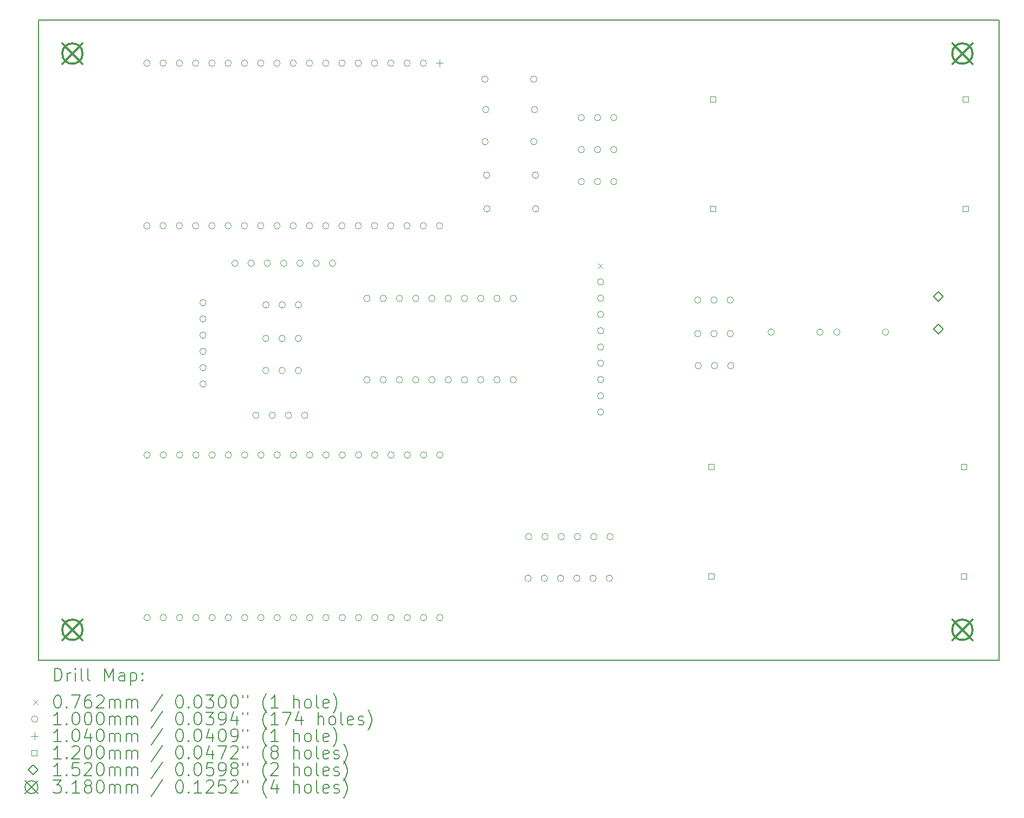
<source format=gbr>
%TF.GenerationSoftware,KiCad,Pcbnew,7.0.5*%
%TF.CreationDate,2023-09-18T02:09:04-06:00*%
%TF.ProjectId,mainPCB,6d61696e-5043-4422-9e6b-696361645f70,rev?*%
%TF.SameCoordinates,Original*%
%TF.FileFunction,Drillmap*%
%TF.FilePolarity,Positive*%
%FSLAX45Y45*%
G04 Gerber Fmt 4.5, Leading zero omitted, Abs format (unit mm)*
G04 Created by KiCad (PCBNEW 7.0.5) date 2023-09-18 02:09:04*
%MOMM*%
%LPD*%
G01*
G04 APERTURE LIST*
%ADD10C,0.200000*%
%ADD11C,0.076200*%
%ADD12C,0.100000*%
%ADD13C,0.104000*%
%ADD14C,0.120000*%
%ADD15C,0.152000*%
%ADD16C,0.318000*%
G04 APERTURE END LIST*
D10*
X21539000Y-5280000D02*
X6539000Y-5280000D01*
X6539000Y-15280000D01*
X21539000Y-15280000D01*
X21539000Y-5280000D01*
D11*
X15280900Y-9074900D02*
X15357100Y-9151100D01*
X15357100Y-9074900D02*
X15280900Y-9151100D01*
D12*
X8282000Y-5950000D02*
G75*
G03*
X8282000Y-5950000I-50000J0D01*
G01*
X8282000Y-8490000D02*
G75*
G03*
X8282000Y-8490000I-50000J0D01*
G01*
X8286000Y-12070000D02*
G75*
G03*
X8286000Y-12070000I-50000J0D01*
G01*
X8286000Y-14610000D02*
G75*
G03*
X8286000Y-14610000I-50000J0D01*
G01*
X8536000Y-5950000D02*
G75*
G03*
X8536000Y-5950000I-50000J0D01*
G01*
X8536000Y-8490000D02*
G75*
G03*
X8536000Y-8490000I-50000J0D01*
G01*
X8540000Y-12070000D02*
G75*
G03*
X8540000Y-12070000I-50000J0D01*
G01*
X8540000Y-14610000D02*
G75*
G03*
X8540000Y-14610000I-50000J0D01*
G01*
X8790000Y-5950000D02*
G75*
G03*
X8790000Y-5950000I-50000J0D01*
G01*
X8790000Y-8490000D02*
G75*
G03*
X8790000Y-8490000I-50000J0D01*
G01*
X8794000Y-12070000D02*
G75*
G03*
X8794000Y-12070000I-50000J0D01*
G01*
X8794000Y-14610000D02*
G75*
G03*
X8794000Y-14610000I-50000J0D01*
G01*
X9044000Y-5950000D02*
G75*
G03*
X9044000Y-5950000I-50000J0D01*
G01*
X9044000Y-8490000D02*
G75*
G03*
X9044000Y-8490000I-50000J0D01*
G01*
X9048000Y-12070000D02*
G75*
G03*
X9048000Y-12070000I-50000J0D01*
G01*
X9048000Y-14610000D02*
G75*
G03*
X9048000Y-14610000I-50000J0D01*
G01*
X9158000Y-9690000D02*
G75*
G03*
X9158000Y-9690000I-50000J0D01*
G01*
X9158000Y-9944000D02*
G75*
G03*
X9158000Y-9944000I-50000J0D01*
G01*
X9158000Y-10198000D02*
G75*
G03*
X9158000Y-10198000I-50000J0D01*
G01*
X9158000Y-10452000D02*
G75*
G03*
X9158000Y-10452000I-50000J0D01*
G01*
X9158000Y-10706000D02*
G75*
G03*
X9158000Y-10706000I-50000J0D01*
G01*
X9158000Y-10960000D02*
G75*
G03*
X9158000Y-10960000I-50000J0D01*
G01*
X9298000Y-5950000D02*
G75*
G03*
X9298000Y-5950000I-50000J0D01*
G01*
X9298000Y-8490000D02*
G75*
G03*
X9298000Y-8490000I-50000J0D01*
G01*
X9302000Y-12070000D02*
G75*
G03*
X9302000Y-12070000I-50000J0D01*
G01*
X9302000Y-14610000D02*
G75*
G03*
X9302000Y-14610000I-50000J0D01*
G01*
X9552000Y-5950000D02*
G75*
G03*
X9552000Y-5950000I-50000J0D01*
G01*
X9552000Y-8490000D02*
G75*
G03*
X9552000Y-8490000I-50000J0D01*
G01*
X9556000Y-12070000D02*
G75*
G03*
X9556000Y-12070000I-50000J0D01*
G01*
X9556000Y-14610000D02*
G75*
G03*
X9556000Y-14610000I-50000J0D01*
G01*
X9657000Y-9075000D02*
G75*
G03*
X9657000Y-9075000I-50000J0D01*
G01*
X9806000Y-5950000D02*
G75*
G03*
X9806000Y-5950000I-50000J0D01*
G01*
X9806000Y-8490000D02*
G75*
G03*
X9806000Y-8490000I-50000J0D01*
G01*
X9810000Y-12070000D02*
G75*
G03*
X9810000Y-12070000I-50000J0D01*
G01*
X9810000Y-14610000D02*
G75*
G03*
X9810000Y-14610000I-50000J0D01*
G01*
X9911000Y-9075000D02*
G75*
G03*
X9911000Y-9075000I-50000J0D01*
G01*
X9986000Y-11450000D02*
G75*
G03*
X9986000Y-11450000I-50000J0D01*
G01*
X10060000Y-5950000D02*
G75*
G03*
X10060000Y-5950000I-50000J0D01*
G01*
X10060000Y-8490000D02*
G75*
G03*
X10060000Y-8490000I-50000J0D01*
G01*
X10064000Y-12070000D02*
G75*
G03*
X10064000Y-12070000I-50000J0D01*
G01*
X10064000Y-14610000D02*
G75*
G03*
X10064000Y-14610000I-50000J0D01*
G01*
X10140000Y-10250000D02*
G75*
G03*
X10140000Y-10250000I-50000J0D01*
G01*
X10140000Y-10750000D02*
G75*
G03*
X10140000Y-10750000I-50000J0D01*
G01*
X10141500Y-9725000D02*
G75*
G03*
X10141500Y-9725000I-50000J0D01*
G01*
X10165000Y-9075000D02*
G75*
G03*
X10165000Y-9075000I-50000J0D01*
G01*
X10240000Y-11450000D02*
G75*
G03*
X10240000Y-11450000I-50000J0D01*
G01*
X10314000Y-5950000D02*
G75*
G03*
X10314000Y-5950000I-50000J0D01*
G01*
X10314000Y-8490000D02*
G75*
G03*
X10314000Y-8490000I-50000J0D01*
G01*
X10318000Y-12070000D02*
G75*
G03*
X10318000Y-12070000I-50000J0D01*
G01*
X10318000Y-14610000D02*
G75*
G03*
X10318000Y-14610000I-50000J0D01*
G01*
X10394000Y-10250000D02*
G75*
G03*
X10394000Y-10250000I-50000J0D01*
G01*
X10394000Y-10750000D02*
G75*
G03*
X10394000Y-10750000I-50000J0D01*
G01*
X10395500Y-9725000D02*
G75*
G03*
X10395500Y-9725000I-50000J0D01*
G01*
X10419000Y-9075000D02*
G75*
G03*
X10419000Y-9075000I-50000J0D01*
G01*
X10494000Y-11450000D02*
G75*
G03*
X10494000Y-11450000I-50000J0D01*
G01*
X10568000Y-5950000D02*
G75*
G03*
X10568000Y-5950000I-50000J0D01*
G01*
X10568000Y-8490000D02*
G75*
G03*
X10568000Y-8490000I-50000J0D01*
G01*
X10572000Y-12070000D02*
G75*
G03*
X10572000Y-12070000I-50000J0D01*
G01*
X10572000Y-14610000D02*
G75*
G03*
X10572000Y-14610000I-50000J0D01*
G01*
X10648000Y-10250000D02*
G75*
G03*
X10648000Y-10250000I-50000J0D01*
G01*
X10648000Y-10750000D02*
G75*
G03*
X10648000Y-10750000I-50000J0D01*
G01*
X10649500Y-9725000D02*
G75*
G03*
X10649500Y-9725000I-50000J0D01*
G01*
X10673000Y-9075000D02*
G75*
G03*
X10673000Y-9075000I-50000J0D01*
G01*
X10748000Y-11450000D02*
G75*
G03*
X10748000Y-11450000I-50000J0D01*
G01*
X10822000Y-5950000D02*
G75*
G03*
X10822000Y-5950000I-50000J0D01*
G01*
X10822000Y-8490000D02*
G75*
G03*
X10822000Y-8490000I-50000J0D01*
G01*
X10826000Y-12070000D02*
G75*
G03*
X10826000Y-12070000I-50000J0D01*
G01*
X10826000Y-14610000D02*
G75*
G03*
X10826000Y-14610000I-50000J0D01*
G01*
X10927000Y-9075000D02*
G75*
G03*
X10927000Y-9075000I-50000J0D01*
G01*
X11076000Y-5950000D02*
G75*
G03*
X11076000Y-5950000I-50000J0D01*
G01*
X11076000Y-8490000D02*
G75*
G03*
X11076000Y-8490000I-50000J0D01*
G01*
X11080000Y-12070000D02*
G75*
G03*
X11080000Y-12070000I-50000J0D01*
G01*
X11080000Y-14610000D02*
G75*
G03*
X11080000Y-14610000I-50000J0D01*
G01*
X11181000Y-9075000D02*
G75*
G03*
X11181000Y-9075000I-50000J0D01*
G01*
X11330000Y-5950000D02*
G75*
G03*
X11330000Y-5950000I-50000J0D01*
G01*
X11330000Y-8490000D02*
G75*
G03*
X11330000Y-8490000I-50000J0D01*
G01*
X11334000Y-12070000D02*
G75*
G03*
X11334000Y-12070000I-50000J0D01*
G01*
X11334000Y-14610000D02*
G75*
G03*
X11334000Y-14610000I-50000J0D01*
G01*
X11584000Y-5950000D02*
G75*
G03*
X11584000Y-5950000I-50000J0D01*
G01*
X11584000Y-8490000D02*
G75*
G03*
X11584000Y-8490000I-50000J0D01*
G01*
X11588000Y-12070000D02*
G75*
G03*
X11588000Y-12070000I-50000J0D01*
G01*
X11588000Y-14610000D02*
G75*
G03*
X11588000Y-14610000I-50000J0D01*
G01*
X11719000Y-9625000D02*
G75*
G03*
X11719000Y-9625000I-50000J0D01*
G01*
X11719000Y-10895000D02*
G75*
G03*
X11719000Y-10895000I-50000J0D01*
G01*
X11838000Y-5950000D02*
G75*
G03*
X11838000Y-5950000I-50000J0D01*
G01*
X11838000Y-8490000D02*
G75*
G03*
X11838000Y-8490000I-50000J0D01*
G01*
X11842000Y-12070000D02*
G75*
G03*
X11842000Y-12070000I-50000J0D01*
G01*
X11842000Y-14610000D02*
G75*
G03*
X11842000Y-14610000I-50000J0D01*
G01*
X11973000Y-9625000D02*
G75*
G03*
X11973000Y-9625000I-50000J0D01*
G01*
X11973000Y-10895000D02*
G75*
G03*
X11973000Y-10895000I-50000J0D01*
G01*
X12092000Y-5950000D02*
G75*
G03*
X12092000Y-5950000I-50000J0D01*
G01*
X12092000Y-8490000D02*
G75*
G03*
X12092000Y-8490000I-50000J0D01*
G01*
X12096000Y-12070000D02*
G75*
G03*
X12096000Y-12070000I-50000J0D01*
G01*
X12096000Y-14610000D02*
G75*
G03*
X12096000Y-14610000I-50000J0D01*
G01*
X12227000Y-9625000D02*
G75*
G03*
X12227000Y-9625000I-50000J0D01*
G01*
X12227000Y-10895000D02*
G75*
G03*
X12227000Y-10895000I-50000J0D01*
G01*
X12346000Y-5950000D02*
G75*
G03*
X12346000Y-5950000I-50000J0D01*
G01*
X12346000Y-8490000D02*
G75*
G03*
X12346000Y-8490000I-50000J0D01*
G01*
X12350000Y-12070000D02*
G75*
G03*
X12350000Y-12070000I-50000J0D01*
G01*
X12350000Y-14610000D02*
G75*
G03*
X12350000Y-14610000I-50000J0D01*
G01*
X12481000Y-9625000D02*
G75*
G03*
X12481000Y-9625000I-50000J0D01*
G01*
X12481000Y-10895000D02*
G75*
G03*
X12481000Y-10895000I-50000J0D01*
G01*
X12600000Y-5950000D02*
G75*
G03*
X12600000Y-5950000I-50000J0D01*
G01*
X12600000Y-8490000D02*
G75*
G03*
X12600000Y-8490000I-50000J0D01*
G01*
X12604000Y-12070000D02*
G75*
G03*
X12604000Y-12070000I-50000J0D01*
G01*
X12604000Y-14610000D02*
G75*
G03*
X12604000Y-14610000I-50000J0D01*
G01*
X12735000Y-9625000D02*
G75*
G03*
X12735000Y-9625000I-50000J0D01*
G01*
X12735000Y-10895000D02*
G75*
G03*
X12735000Y-10895000I-50000J0D01*
G01*
X12854000Y-8490000D02*
G75*
G03*
X12854000Y-8490000I-50000J0D01*
G01*
X12858000Y-12070000D02*
G75*
G03*
X12858000Y-12070000I-50000J0D01*
G01*
X12858000Y-14610000D02*
G75*
G03*
X12858000Y-14610000I-50000J0D01*
G01*
X12989000Y-9625000D02*
G75*
G03*
X12989000Y-9625000I-50000J0D01*
G01*
X12989000Y-10895000D02*
G75*
G03*
X12989000Y-10895000I-50000J0D01*
G01*
X13243000Y-9625000D02*
G75*
G03*
X13243000Y-9625000I-50000J0D01*
G01*
X13243000Y-10895000D02*
G75*
G03*
X13243000Y-10895000I-50000J0D01*
G01*
X13497000Y-9625000D02*
G75*
G03*
X13497000Y-9625000I-50000J0D01*
G01*
X13497000Y-10895000D02*
G75*
G03*
X13497000Y-10895000I-50000J0D01*
G01*
X13563000Y-6200000D02*
G75*
G03*
X13563000Y-6200000I-50000J0D01*
G01*
X13563000Y-7175000D02*
G75*
G03*
X13563000Y-7175000I-50000J0D01*
G01*
X13575000Y-6675000D02*
G75*
G03*
X13575000Y-6675000I-50000J0D01*
G01*
X13588000Y-7700000D02*
G75*
G03*
X13588000Y-7700000I-50000J0D01*
G01*
X13594000Y-8225000D02*
G75*
G03*
X13594000Y-8225000I-50000J0D01*
G01*
X13751000Y-9625000D02*
G75*
G03*
X13751000Y-9625000I-50000J0D01*
G01*
X13751000Y-10895000D02*
G75*
G03*
X13751000Y-10895000I-50000J0D01*
G01*
X14005000Y-9625000D02*
G75*
G03*
X14005000Y-9625000I-50000J0D01*
G01*
X14005000Y-10895000D02*
G75*
G03*
X14005000Y-10895000I-50000J0D01*
G01*
X14236000Y-13995000D02*
G75*
G03*
X14236000Y-13995000I-50000J0D01*
G01*
X14246000Y-13345000D02*
G75*
G03*
X14246000Y-13345000I-50000J0D01*
G01*
X14325000Y-6200000D02*
G75*
G03*
X14325000Y-6200000I-50000J0D01*
G01*
X14325000Y-7175000D02*
G75*
G03*
X14325000Y-7175000I-50000J0D01*
G01*
X14337000Y-6675000D02*
G75*
G03*
X14337000Y-6675000I-50000J0D01*
G01*
X14350000Y-7700000D02*
G75*
G03*
X14350000Y-7700000I-50000J0D01*
G01*
X14356000Y-8225000D02*
G75*
G03*
X14356000Y-8225000I-50000J0D01*
G01*
X14490000Y-13995000D02*
G75*
G03*
X14490000Y-13995000I-50000J0D01*
G01*
X14500000Y-13345000D02*
G75*
G03*
X14500000Y-13345000I-50000J0D01*
G01*
X14744000Y-13995000D02*
G75*
G03*
X14744000Y-13995000I-50000J0D01*
G01*
X14754000Y-13345000D02*
G75*
G03*
X14754000Y-13345000I-50000J0D01*
G01*
X14998000Y-13995000D02*
G75*
G03*
X14998000Y-13995000I-50000J0D01*
G01*
X15008000Y-13345000D02*
G75*
G03*
X15008000Y-13345000I-50000J0D01*
G01*
X15066500Y-7300000D02*
G75*
G03*
X15066500Y-7300000I-50000J0D01*
G01*
X15067000Y-6800000D02*
G75*
G03*
X15067000Y-6800000I-50000J0D01*
G01*
X15067000Y-7800000D02*
G75*
G03*
X15067000Y-7800000I-50000J0D01*
G01*
X15252000Y-13995000D02*
G75*
G03*
X15252000Y-13995000I-50000J0D01*
G01*
X15262000Y-13345000D02*
G75*
G03*
X15262000Y-13345000I-50000J0D01*
G01*
X15320500Y-7300000D02*
G75*
G03*
X15320500Y-7300000I-50000J0D01*
G01*
X15321000Y-6800000D02*
G75*
G03*
X15321000Y-6800000I-50000J0D01*
G01*
X15321000Y-7800000D02*
G75*
G03*
X15321000Y-7800000I-50000J0D01*
G01*
X15369000Y-9367000D02*
G75*
G03*
X15369000Y-9367000I-50000J0D01*
G01*
X15369000Y-9621000D02*
G75*
G03*
X15369000Y-9621000I-50000J0D01*
G01*
X15369000Y-9875000D02*
G75*
G03*
X15369000Y-9875000I-50000J0D01*
G01*
X15369000Y-10129000D02*
G75*
G03*
X15369000Y-10129000I-50000J0D01*
G01*
X15369000Y-10383000D02*
G75*
G03*
X15369000Y-10383000I-50000J0D01*
G01*
X15369000Y-10637000D02*
G75*
G03*
X15369000Y-10637000I-50000J0D01*
G01*
X15369000Y-10891000D02*
G75*
G03*
X15369000Y-10891000I-50000J0D01*
G01*
X15369000Y-11145000D02*
G75*
G03*
X15369000Y-11145000I-50000J0D01*
G01*
X15369000Y-11399000D02*
G75*
G03*
X15369000Y-11399000I-50000J0D01*
G01*
X15506000Y-13995000D02*
G75*
G03*
X15506000Y-13995000I-50000J0D01*
G01*
X15516000Y-13345000D02*
G75*
G03*
X15516000Y-13345000I-50000J0D01*
G01*
X15574500Y-7300000D02*
G75*
G03*
X15574500Y-7300000I-50000J0D01*
G01*
X15575000Y-6800000D02*
G75*
G03*
X15575000Y-6800000I-50000J0D01*
G01*
X15575000Y-7800000D02*
G75*
G03*
X15575000Y-7800000I-50000J0D01*
G01*
X16886000Y-9650000D02*
G75*
G03*
X16886000Y-9650000I-50000J0D01*
G01*
X16886000Y-10175000D02*
G75*
G03*
X16886000Y-10175000I-50000J0D01*
G01*
X16894000Y-10675000D02*
G75*
G03*
X16894000Y-10675000I-50000J0D01*
G01*
X17140000Y-9650000D02*
G75*
G03*
X17140000Y-9650000I-50000J0D01*
G01*
X17140000Y-10175000D02*
G75*
G03*
X17140000Y-10175000I-50000J0D01*
G01*
X17148000Y-10675000D02*
G75*
G03*
X17148000Y-10675000I-50000J0D01*
G01*
X17394000Y-9650000D02*
G75*
G03*
X17394000Y-9650000I-50000J0D01*
G01*
X17394000Y-10175000D02*
G75*
G03*
X17394000Y-10175000I-50000J0D01*
G01*
X17402000Y-10675000D02*
G75*
G03*
X17402000Y-10675000I-50000J0D01*
G01*
X18032000Y-10150000D02*
G75*
G03*
X18032000Y-10150000I-50000J0D01*
G01*
X18794000Y-10150000D02*
G75*
G03*
X18794000Y-10150000I-50000J0D01*
G01*
X19057000Y-10150000D02*
G75*
G03*
X19057000Y-10150000I-50000J0D01*
G01*
X19819000Y-10150000D02*
G75*
G03*
X19819000Y-10150000I-50000J0D01*
G01*
D13*
X12804000Y-5898000D02*
X12804000Y-6002000D01*
X12752000Y-5950000D02*
X12856000Y-5950000D01*
D14*
X17086727Y-12292427D02*
X17086727Y-12207573D01*
X17001873Y-12207573D01*
X17001873Y-12292427D01*
X17086727Y-12292427D01*
X17086727Y-14006927D02*
X17086727Y-13922073D01*
X17001873Y-13922073D01*
X17001873Y-14006927D01*
X17086727Y-14006927D01*
X17111727Y-6552927D02*
X17111727Y-6468073D01*
X17026873Y-6468073D01*
X17026873Y-6552927D01*
X17111727Y-6552927D01*
X17111727Y-8267427D02*
X17111727Y-8182573D01*
X17026873Y-8182573D01*
X17026873Y-8267427D01*
X17111727Y-8267427D01*
X21036427Y-12292427D02*
X21036427Y-12207573D01*
X20951573Y-12207573D01*
X20951573Y-12292427D01*
X21036427Y-12292427D01*
X21036427Y-14006927D02*
X21036427Y-13922073D01*
X20951573Y-13922073D01*
X20951573Y-14006927D01*
X21036427Y-14006927D01*
X21061427Y-6552927D02*
X21061427Y-6468073D01*
X20976573Y-6468073D01*
X20976573Y-6552927D01*
X21061427Y-6552927D01*
X21061427Y-8267427D02*
X21061427Y-8182573D01*
X20976573Y-8182573D01*
X20976573Y-8267427D01*
X21061427Y-8267427D01*
D15*
X20594000Y-9668000D02*
X20670000Y-9592000D01*
X20594000Y-9516000D01*
X20518000Y-9592000D01*
X20594000Y-9668000D01*
X20594000Y-10176000D02*
X20670000Y-10100000D01*
X20594000Y-10024000D01*
X20518000Y-10100000D01*
X20594000Y-10176000D01*
D16*
X6910000Y-5641000D02*
X7228000Y-5959000D01*
X7228000Y-5641000D02*
X6910000Y-5959000D01*
X7228000Y-5800000D02*
G75*
G03*
X7228000Y-5800000I-159000J0D01*
G01*
X6910000Y-14641000D02*
X7228000Y-14959000D01*
X7228000Y-14641000D02*
X6910000Y-14959000D01*
X7228000Y-14800000D02*
G75*
G03*
X7228000Y-14800000I-159000J0D01*
G01*
X20810000Y-5641000D02*
X21128000Y-5959000D01*
X21128000Y-5641000D02*
X20810000Y-5959000D01*
X21128000Y-5800000D02*
G75*
G03*
X21128000Y-5800000I-159000J0D01*
G01*
X20810000Y-14641000D02*
X21128000Y-14959000D01*
X21128000Y-14641000D02*
X20810000Y-14959000D01*
X21128000Y-14800000D02*
G75*
G03*
X21128000Y-14800000I-159000J0D01*
G01*
D10*
X6789777Y-15601484D02*
X6789777Y-15401484D01*
X6789777Y-15401484D02*
X6837396Y-15401484D01*
X6837396Y-15401484D02*
X6865967Y-15411008D01*
X6865967Y-15411008D02*
X6885015Y-15430055D01*
X6885015Y-15430055D02*
X6894539Y-15449103D01*
X6894539Y-15449103D02*
X6904062Y-15487198D01*
X6904062Y-15487198D02*
X6904062Y-15515769D01*
X6904062Y-15515769D02*
X6894539Y-15553865D01*
X6894539Y-15553865D02*
X6885015Y-15572912D01*
X6885015Y-15572912D02*
X6865967Y-15591960D01*
X6865967Y-15591960D02*
X6837396Y-15601484D01*
X6837396Y-15601484D02*
X6789777Y-15601484D01*
X6989777Y-15601484D02*
X6989777Y-15468150D01*
X6989777Y-15506246D02*
X6999301Y-15487198D01*
X6999301Y-15487198D02*
X7008824Y-15477674D01*
X7008824Y-15477674D02*
X7027872Y-15468150D01*
X7027872Y-15468150D02*
X7046920Y-15468150D01*
X7113586Y-15601484D02*
X7113586Y-15468150D01*
X7113586Y-15401484D02*
X7104062Y-15411008D01*
X7104062Y-15411008D02*
X7113586Y-15420531D01*
X7113586Y-15420531D02*
X7123110Y-15411008D01*
X7123110Y-15411008D02*
X7113586Y-15401484D01*
X7113586Y-15401484D02*
X7113586Y-15420531D01*
X7237396Y-15601484D02*
X7218348Y-15591960D01*
X7218348Y-15591960D02*
X7208824Y-15572912D01*
X7208824Y-15572912D02*
X7208824Y-15401484D01*
X7342158Y-15601484D02*
X7323110Y-15591960D01*
X7323110Y-15591960D02*
X7313586Y-15572912D01*
X7313586Y-15572912D02*
X7313586Y-15401484D01*
X7570729Y-15601484D02*
X7570729Y-15401484D01*
X7570729Y-15401484D02*
X7637396Y-15544341D01*
X7637396Y-15544341D02*
X7704062Y-15401484D01*
X7704062Y-15401484D02*
X7704062Y-15601484D01*
X7885015Y-15601484D02*
X7885015Y-15496722D01*
X7885015Y-15496722D02*
X7875491Y-15477674D01*
X7875491Y-15477674D02*
X7856443Y-15468150D01*
X7856443Y-15468150D02*
X7818348Y-15468150D01*
X7818348Y-15468150D02*
X7799301Y-15477674D01*
X7885015Y-15591960D02*
X7865967Y-15601484D01*
X7865967Y-15601484D02*
X7818348Y-15601484D01*
X7818348Y-15601484D02*
X7799301Y-15591960D01*
X7799301Y-15591960D02*
X7789777Y-15572912D01*
X7789777Y-15572912D02*
X7789777Y-15553865D01*
X7789777Y-15553865D02*
X7799301Y-15534817D01*
X7799301Y-15534817D02*
X7818348Y-15525293D01*
X7818348Y-15525293D02*
X7865967Y-15525293D01*
X7865967Y-15525293D02*
X7885015Y-15515769D01*
X7980253Y-15468150D02*
X7980253Y-15668150D01*
X7980253Y-15477674D02*
X7999301Y-15468150D01*
X7999301Y-15468150D02*
X8037396Y-15468150D01*
X8037396Y-15468150D02*
X8056443Y-15477674D01*
X8056443Y-15477674D02*
X8065967Y-15487198D01*
X8065967Y-15487198D02*
X8075491Y-15506246D01*
X8075491Y-15506246D02*
X8075491Y-15563388D01*
X8075491Y-15563388D02*
X8065967Y-15582436D01*
X8065967Y-15582436D02*
X8056443Y-15591960D01*
X8056443Y-15591960D02*
X8037396Y-15601484D01*
X8037396Y-15601484D02*
X7999301Y-15601484D01*
X7999301Y-15601484D02*
X7980253Y-15591960D01*
X8161205Y-15582436D02*
X8170729Y-15591960D01*
X8170729Y-15591960D02*
X8161205Y-15601484D01*
X8161205Y-15601484D02*
X8151682Y-15591960D01*
X8151682Y-15591960D02*
X8161205Y-15582436D01*
X8161205Y-15582436D02*
X8161205Y-15601484D01*
X8161205Y-15477674D02*
X8170729Y-15487198D01*
X8170729Y-15487198D02*
X8161205Y-15496722D01*
X8161205Y-15496722D02*
X8151682Y-15487198D01*
X8151682Y-15487198D02*
X8161205Y-15477674D01*
X8161205Y-15477674D02*
X8161205Y-15496722D01*
D11*
X6452800Y-15891900D02*
X6529000Y-15968100D01*
X6529000Y-15891900D02*
X6452800Y-15968100D01*
D10*
X6827872Y-15821484D02*
X6846920Y-15821484D01*
X6846920Y-15821484D02*
X6865967Y-15831008D01*
X6865967Y-15831008D02*
X6875491Y-15840531D01*
X6875491Y-15840531D02*
X6885015Y-15859579D01*
X6885015Y-15859579D02*
X6894539Y-15897674D01*
X6894539Y-15897674D02*
X6894539Y-15945293D01*
X6894539Y-15945293D02*
X6885015Y-15983388D01*
X6885015Y-15983388D02*
X6875491Y-16002436D01*
X6875491Y-16002436D02*
X6865967Y-16011960D01*
X6865967Y-16011960D02*
X6846920Y-16021484D01*
X6846920Y-16021484D02*
X6827872Y-16021484D01*
X6827872Y-16021484D02*
X6808824Y-16011960D01*
X6808824Y-16011960D02*
X6799301Y-16002436D01*
X6799301Y-16002436D02*
X6789777Y-15983388D01*
X6789777Y-15983388D02*
X6780253Y-15945293D01*
X6780253Y-15945293D02*
X6780253Y-15897674D01*
X6780253Y-15897674D02*
X6789777Y-15859579D01*
X6789777Y-15859579D02*
X6799301Y-15840531D01*
X6799301Y-15840531D02*
X6808824Y-15831008D01*
X6808824Y-15831008D02*
X6827872Y-15821484D01*
X6980253Y-16002436D02*
X6989777Y-16011960D01*
X6989777Y-16011960D02*
X6980253Y-16021484D01*
X6980253Y-16021484D02*
X6970729Y-16011960D01*
X6970729Y-16011960D02*
X6980253Y-16002436D01*
X6980253Y-16002436D02*
X6980253Y-16021484D01*
X7056443Y-15821484D02*
X7189777Y-15821484D01*
X7189777Y-15821484D02*
X7104062Y-16021484D01*
X7351682Y-15821484D02*
X7313586Y-15821484D01*
X7313586Y-15821484D02*
X7294539Y-15831008D01*
X7294539Y-15831008D02*
X7285015Y-15840531D01*
X7285015Y-15840531D02*
X7265967Y-15869103D01*
X7265967Y-15869103D02*
X7256443Y-15907198D01*
X7256443Y-15907198D02*
X7256443Y-15983388D01*
X7256443Y-15983388D02*
X7265967Y-16002436D01*
X7265967Y-16002436D02*
X7275491Y-16011960D01*
X7275491Y-16011960D02*
X7294539Y-16021484D01*
X7294539Y-16021484D02*
X7332634Y-16021484D01*
X7332634Y-16021484D02*
X7351682Y-16011960D01*
X7351682Y-16011960D02*
X7361205Y-16002436D01*
X7361205Y-16002436D02*
X7370729Y-15983388D01*
X7370729Y-15983388D02*
X7370729Y-15935769D01*
X7370729Y-15935769D02*
X7361205Y-15916722D01*
X7361205Y-15916722D02*
X7351682Y-15907198D01*
X7351682Y-15907198D02*
X7332634Y-15897674D01*
X7332634Y-15897674D02*
X7294539Y-15897674D01*
X7294539Y-15897674D02*
X7275491Y-15907198D01*
X7275491Y-15907198D02*
X7265967Y-15916722D01*
X7265967Y-15916722D02*
X7256443Y-15935769D01*
X7446920Y-15840531D02*
X7456443Y-15831008D01*
X7456443Y-15831008D02*
X7475491Y-15821484D01*
X7475491Y-15821484D02*
X7523110Y-15821484D01*
X7523110Y-15821484D02*
X7542158Y-15831008D01*
X7542158Y-15831008D02*
X7551682Y-15840531D01*
X7551682Y-15840531D02*
X7561205Y-15859579D01*
X7561205Y-15859579D02*
X7561205Y-15878627D01*
X7561205Y-15878627D02*
X7551682Y-15907198D01*
X7551682Y-15907198D02*
X7437396Y-16021484D01*
X7437396Y-16021484D02*
X7561205Y-16021484D01*
X7646920Y-16021484D02*
X7646920Y-15888150D01*
X7646920Y-15907198D02*
X7656443Y-15897674D01*
X7656443Y-15897674D02*
X7675491Y-15888150D01*
X7675491Y-15888150D02*
X7704063Y-15888150D01*
X7704063Y-15888150D02*
X7723110Y-15897674D01*
X7723110Y-15897674D02*
X7732634Y-15916722D01*
X7732634Y-15916722D02*
X7732634Y-16021484D01*
X7732634Y-15916722D02*
X7742158Y-15897674D01*
X7742158Y-15897674D02*
X7761205Y-15888150D01*
X7761205Y-15888150D02*
X7789777Y-15888150D01*
X7789777Y-15888150D02*
X7808824Y-15897674D01*
X7808824Y-15897674D02*
X7818348Y-15916722D01*
X7818348Y-15916722D02*
X7818348Y-16021484D01*
X7913586Y-16021484D02*
X7913586Y-15888150D01*
X7913586Y-15907198D02*
X7923110Y-15897674D01*
X7923110Y-15897674D02*
X7942158Y-15888150D01*
X7942158Y-15888150D02*
X7970729Y-15888150D01*
X7970729Y-15888150D02*
X7989777Y-15897674D01*
X7989777Y-15897674D02*
X7999301Y-15916722D01*
X7999301Y-15916722D02*
X7999301Y-16021484D01*
X7999301Y-15916722D02*
X8008824Y-15897674D01*
X8008824Y-15897674D02*
X8027872Y-15888150D01*
X8027872Y-15888150D02*
X8056443Y-15888150D01*
X8056443Y-15888150D02*
X8075491Y-15897674D01*
X8075491Y-15897674D02*
X8085015Y-15916722D01*
X8085015Y-15916722D02*
X8085015Y-16021484D01*
X8475491Y-15811960D02*
X8304063Y-16069103D01*
X8732634Y-15821484D02*
X8751682Y-15821484D01*
X8751682Y-15821484D02*
X8770729Y-15831008D01*
X8770729Y-15831008D02*
X8780253Y-15840531D01*
X8780253Y-15840531D02*
X8789777Y-15859579D01*
X8789777Y-15859579D02*
X8799301Y-15897674D01*
X8799301Y-15897674D02*
X8799301Y-15945293D01*
X8799301Y-15945293D02*
X8789777Y-15983388D01*
X8789777Y-15983388D02*
X8780253Y-16002436D01*
X8780253Y-16002436D02*
X8770729Y-16011960D01*
X8770729Y-16011960D02*
X8751682Y-16021484D01*
X8751682Y-16021484D02*
X8732634Y-16021484D01*
X8732634Y-16021484D02*
X8713587Y-16011960D01*
X8713587Y-16011960D02*
X8704063Y-16002436D01*
X8704063Y-16002436D02*
X8694539Y-15983388D01*
X8694539Y-15983388D02*
X8685015Y-15945293D01*
X8685015Y-15945293D02*
X8685015Y-15897674D01*
X8685015Y-15897674D02*
X8694539Y-15859579D01*
X8694539Y-15859579D02*
X8704063Y-15840531D01*
X8704063Y-15840531D02*
X8713587Y-15831008D01*
X8713587Y-15831008D02*
X8732634Y-15821484D01*
X8885015Y-16002436D02*
X8894539Y-16011960D01*
X8894539Y-16011960D02*
X8885015Y-16021484D01*
X8885015Y-16021484D02*
X8875491Y-16011960D01*
X8875491Y-16011960D02*
X8885015Y-16002436D01*
X8885015Y-16002436D02*
X8885015Y-16021484D01*
X9018348Y-15821484D02*
X9037396Y-15821484D01*
X9037396Y-15821484D02*
X9056444Y-15831008D01*
X9056444Y-15831008D02*
X9065968Y-15840531D01*
X9065968Y-15840531D02*
X9075491Y-15859579D01*
X9075491Y-15859579D02*
X9085015Y-15897674D01*
X9085015Y-15897674D02*
X9085015Y-15945293D01*
X9085015Y-15945293D02*
X9075491Y-15983388D01*
X9075491Y-15983388D02*
X9065968Y-16002436D01*
X9065968Y-16002436D02*
X9056444Y-16011960D01*
X9056444Y-16011960D02*
X9037396Y-16021484D01*
X9037396Y-16021484D02*
X9018348Y-16021484D01*
X9018348Y-16021484D02*
X8999301Y-16011960D01*
X8999301Y-16011960D02*
X8989777Y-16002436D01*
X8989777Y-16002436D02*
X8980253Y-15983388D01*
X8980253Y-15983388D02*
X8970729Y-15945293D01*
X8970729Y-15945293D02*
X8970729Y-15897674D01*
X8970729Y-15897674D02*
X8980253Y-15859579D01*
X8980253Y-15859579D02*
X8989777Y-15840531D01*
X8989777Y-15840531D02*
X8999301Y-15831008D01*
X8999301Y-15831008D02*
X9018348Y-15821484D01*
X9151682Y-15821484D02*
X9275491Y-15821484D01*
X9275491Y-15821484D02*
X9208825Y-15897674D01*
X9208825Y-15897674D02*
X9237396Y-15897674D01*
X9237396Y-15897674D02*
X9256444Y-15907198D01*
X9256444Y-15907198D02*
X9265968Y-15916722D01*
X9265968Y-15916722D02*
X9275491Y-15935769D01*
X9275491Y-15935769D02*
X9275491Y-15983388D01*
X9275491Y-15983388D02*
X9265968Y-16002436D01*
X9265968Y-16002436D02*
X9256444Y-16011960D01*
X9256444Y-16011960D02*
X9237396Y-16021484D01*
X9237396Y-16021484D02*
X9180253Y-16021484D01*
X9180253Y-16021484D02*
X9161206Y-16011960D01*
X9161206Y-16011960D02*
X9151682Y-16002436D01*
X9399301Y-15821484D02*
X9418349Y-15821484D01*
X9418349Y-15821484D02*
X9437396Y-15831008D01*
X9437396Y-15831008D02*
X9446920Y-15840531D01*
X9446920Y-15840531D02*
X9456444Y-15859579D01*
X9456444Y-15859579D02*
X9465968Y-15897674D01*
X9465968Y-15897674D02*
X9465968Y-15945293D01*
X9465968Y-15945293D02*
X9456444Y-15983388D01*
X9456444Y-15983388D02*
X9446920Y-16002436D01*
X9446920Y-16002436D02*
X9437396Y-16011960D01*
X9437396Y-16011960D02*
X9418349Y-16021484D01*
X9418349Y-16021484D02*
X9399301Y-16021484D01*
X9399301Y-16021484D02*
X9380253Y-16011960D01*
X9380253Y-16011960D02*
X9370729Y-16002436D01*
X9370729Y-16002436D02*
X9361206Y-15983388D01*
X9361206Y-15983388D02*
X9351682Y-15945293D01*
X9351682Y-15945293D02*
X9351682Y-15897674D01*
X9351682Y-15897674D02*
X9361206Y-15859579D01*
X9361206Y-15859579D02*
X9370729Y-15840531D01*
X9370729Y-15840531D02*
X9380253Y-15831008D01*
X9380253Y-15831008D02*
X9399301Y-15821484D01*
X9589777Y-15821484D02*
X9608825Y-15821484D01*
X9608825Y-15821484D02*
X9627872Y-15831008D01*
X9627872Y-15831008D02*
X9637396Y-15840531D01*
X9637396Y-15840531D02*
X9646920Y-15859579D01*
X9646920Y-15859579D02*
X9656444Y-15897674D01*
X9656444Y-15897674D02*
X9656444Y-15945293D01*
X9656444Y-15945293D02*
X9646920Y-15983388D01*
X9646920Y-15983388D02*
X9637396Y-16002436D01*
X9637396Y-16002436D02*
X9627872Y-16011960D01*
X9627872Y-16011960D02*
X9608825Y-16021484D01*
X9608825Y-16021484D02*
X9589777Y-16021484D01*
X9589777Y-16021484D02*
X9570729Y-16011960D01*
X9570729Y-16011960D02*
X9561206Y-16002436D01*
X9561206Y-16002436D02*
X9551682Y-15983388D01*
X9551682Y-15983388D02*
X9542158Y-15945293D01*
X9542158Y-15945293D02*
X9542158Y-15897674D01*
X9542158Y-15897674D02*
X9551682Y-15859579D01*
X9551682Y-15859579D02*
X9561206Y-15840531D01*
X9561206Y-15840531D02*
X9570729Y-15831008D01*
X9570729Y-15831008D02*
X9589777Y-15821484D01*
X9732634Y-15821484D02*
X9732634Y-15859579D01*
X9808825Y-15821484D02*
X9808825Y-15859579D01*
X10104063Y-16097674D02*
X10094539Y-16088150D01*
X10094539Y-16088150D02*
X10075491Y-16059579D01*
X10075491Y-16059579D02*
X10065968Y-16040531D01*
X10065968Y-16040531D02*
X10056444Y-16011960D01*
X10056444Y-16011960D02*
X10046920Y-15964341D01*
X10046920Y-15964341D02*
X10046920Y-15926246D01*
X10046920Y-15926246D02*
X10056444Y-15878627D01*
X10056444Y-15878627D02*
X10065968Y-15850055D01*
X10065968Y-15850055D02*
X10075491Y-15831008D01*
X10075491Y-15831008D02*
X10094539Y-15802436D01*
X10094539Y-15802436D02*
X10104063Y-15792912D01*
X10285015Y-16021484D02*
X10170730Y-16021484D01*
X10227872Y-16021484D02*
X10227872Y-15821484D01*
X10227872Y-15821484D02*
X10208825Y-15850055D01*
X10208825Y-15850055D02*
X10189777Y-15869103D01*
X10189777Y-15869103D02*
X10170730Y-15878627D01*
X10523111Y-16021484D02*
X10523111Y-15821484D01*
X10608825Y-16021484D02*
X10608825Y-15916722D01*
X10608825Y-15916722D02*
X10599301Y-15897674D01*
X10599301Y-15897674D02*
X10580253Y-15888150D01*
X10580253Y-15888150D02*
X10551682Y-15888150D01*
X10551682Y-15888150D02*
X10532634Y-15897674D01*
X10532634Y-15897674D02*
X10523111Y-15907198D01*
X10732634Y-16021484D02*
X10713587Y-16011960D01*
X10713587Y-16011960D02*
X10704063Y-16002436D01*
X10704063Y-16002436D02*
X10694539Y-15983388D01*
X10694539Y-15983388D02*
X10694539Y-15926246D01*
X10694539Y-15926246D02*
X10704063Y-15907198D01*
X10704063Y-15907198D02*
X10713587Y-15897674D01*
X10713587Y-15897674D02*
X10732634Y-15888150D01*
X10732634Y-15888150D02*
X10761206Y-15888150D01*
X10761206Y-15888150D02*
X10780253Y-15897674D01*
X10780253Y-15897674D02*
X10789777Y-15907198D01*
X10789777Y-15907198D02*
X10799301Y-15926246D01*
X10799301Y-15926246D02*
X10799301Y-15983388D01*
X10799301Y-15983388D02*
X10789777Y-16002436D01*
X10789777Y-16002436D02*
X10780253Y-16011960D01*
X10780253Y-16011960D02*
X10761206Y-16021484D01*
X10761206Y-16021484D02*
X10732634Y-16021484D01*
X10913587Y-16021484D02*
X10894539Y-16011960D01*
X10894539Y-16011960D02*
X10885015Y-15992912D01*
X10885015Y-15992912D02*
X10885015Y-15821484D01*
X11065968Y-16011960D02*
X11046920Y-16021484D01*
X11046920Y-16021484D02*
X11008825Y-16021484D01*
X11008825Y-16021484D02*
X10989777Y-16011960D01*
X10989777Y-16011960D02*
X10980253Y-15992912D01*
X10980253Y-15992912D02*
X10980253Y-15916722D01*
X10980253Y-15916722D02*
X10989777Y-15897674D01*
X10989777Y-15897674D02*
X11008825Y-15888150D01*
X11008825Y-15888150D02*
X11046920Y-15888150D01*
X11046920Y-15888150D02*
X11065968Y-15897674D01*
X11065968Y-15897674D02*
X11075492Y-15916722D01*
X11075492Y-15916722D02*
X11075492Y-15935769D01*
X11075492Y-15935769D02*
X10980253Y-15954817D01*
X11142158Y-16097674D02*
X11151682Y-16088150D01*
X11151682Y-16088150D02*
X11170730Y-16059579D01*
X11170730Y-16059579D02*
X11180253Y-16040531D01*
X11180253Y-16040531D02*
X11189777Y-16011960D01*
X11189777Y-16011960D02*
X11199301Y-15964341D01*
X11199301Y-15964341D02*
X11199301Y-15926246D01*
X11199301Y-15926246D02*
X11189777Y-15878627D01*
X11189777Y-15878627D02*
X11180253Y-15850055D01*
X11180253Y-15850055D02*
X11170730Y-15831008D01*
X11170730Y-15831008D02*
X11151682Y-15802436D01*
X11151682Y-15802436D02*
X11142158Y-15792912D01*
D12*
X6529000Y-16194000D02*
G75*
G03*
X6529000Y-16194000I-50000J0D01*
G01*
D10*
X6894539Y-16285484D02*
X6780253Y-16285484D01*
X6837396Y-16285484D02*
X6837396Y-16085484D01*
X6837396Y-16085484D02*
X6818348Y-16114055D01*
X6818348Y-16114055D02*
X6799301Y-16133103D01*
X6799301Y-16133103D02*
X6780253Y-16142627D01*
X6980253Y-16266436D02*
X6989777Y-16275960D01*
X6989777Y-16275960D02*
X6980253Y-16285484D01*
X6980253Y-16285484D02*
X6970729Y-16275960D01*
X6970729Y-16275960D02*
X6980253Y-16266436D01*
X6980253Y-16266436D02*
X6980253Y-16285484D01*
X7113586Y-16085484D02*
X7132634Y-16085484D01*
X7132634Y-16085484D02*
X7151682Y-16095008D01*
X7151682Y-16095008D02*
X7161205Y-16104531D01*
X7161205Y-16104531D02*
X7170729Y-16123579D01*
X7170729Y-16123579D02*
X7180253Y-16161674D01*
X7180253Y-16161674D02*
X7180253Y-16209293D01*
X7180253Y-16209293D02*
X7170729Y-16247388D01*
X7170729Y-16247388D02*
X7161205Y-16266436D01*
X7161205Y-16266436D02*
X7151682Y-16275960D01*
X7151682Y-16275960D02*
X7132634Y-16285484D01*
X7132634Y-16285484D02*
X7113586Y-16285484D01*
X7113586Y-16285484D02*
X7094539Y-16275960D01*
X7094539Y-16275960D02*
X7085015Y-16266436D01*
X7085015Y-16266436D02*
X7075491Y-16247388D01*
X7075491Y-16247388D02*
X7065967Y-16209293D01*
X7065967Y-16209293D02*
X7065967Y-16161674D01*
X7065967Y-16161674D02*
X7075491Y-16123579D01*
X7075491Y-16123579D02*
X7085015Y-16104531D01*
X7085015Y-16104531D02*
X7094539Y-16095008D01*
X7094539Y-16095008D02*
X7113586Y-16085484D01*
X7304062Y-16085484D02*
X7323110Y-16085484D01*
X7323110Y-16085484D02*
X7342158Y-16095008D01*
X7342158Y-16095008D02*
X7351682Y-16104531D01*
X7351682Y-16104531D02*
X7361205Y-16123579D01*
X7361205Y-16123579D02*
X7370729Y-16161674D01*
X7370729Y-16161674D02*
X7370729Y-16209293D01*
X7370729Y-16209293D02*
X7361205Y-16247388D01*
X7361205Y-16247388D02*
X7351682Y-16266436D01*
X7351682Y-16266436D02*
X7342158Y-16275960D01*
X7342158Y-16275960D02*
X7323110Y-16285484D01*
X7323110Y-16285484D02*
X7304062Y-16285484D01*
X7304062Y-16285484D02*
X7285015Y-16275960D01*
X7285015Y-16275960D02*
X7275491Y-16266436D01*
X7275491Y-16266436D02*
X7265967Y-16247388D01*
X7265967Y-16247388D02*
X7256443Y-16209293D01*
X7256443Y-16209293D02*
X7256443Y-16161674D01*
X7256443Y-16161674D02*
X7265967Y-16123579D01*
X7265967Y-16123579D02*
X7275491Y-16104531D01*
X7275491Y-16104531D02*
X7285015Y-16095008D01*
X7285015Y-16095008D02*
X7304062Y-16085484D01*
X7494539Y-16085484D02*
X7513586Y-16085484D01*
X7513586Y-16085484D02*
X7532634Y-16095008D01*
X7532634Y-16095008D02*
X7542158Y-16104531D01*
X7542158Y-16104531D02*
X7551682Y-16123579D01*
X7551682Y-16123579D02*
X7561205Y-16161674D01*
X7561205Y-16161674D02*
X7561205Y-16209293D01*
X7561205Y-16209293D02*
X7551682Y-16247388D01*
X7551682Y-16247388D02*
X7542158Y-16266436D01*
X7542158Y-16266436D02*
X7532634Y-16275960D01*
X7532634Y-16275960D02*
X7513586Y-16285484D01*
X7513586Y-16285484D02*
X7494539Y-16285484D01*
X7494539Y-16285484D02*
X7475491Y-16275960D01*
X7475491Y-16275960D02*
X7465967Y-16266436D01*
X7465967Y-16266436D02*
X7456443Y-16247388D01*
X7456443Y-16247388D02*
X7446920Y-16209293D01*
X7446920Y-16209293D02*
X7446920Y-16161674D01*
X7446920Y-16161674D02*
X7456443Y-16123579D01*
X7456443Y-16123579D02*
X7465967Y-16104531D01*
X7465967Y-16104531D02*
X7475491Y-16095008D01*
X7475491Y-16095008D02*
X7494539Y-16085484D01*
X7646920Y-16285484D02*
X7646920Y-16152150D01*
X7646920Y-16171198D02*
X7656443Y-16161674D01*
X7656443Y-16161674D02*
X7675491Y-16152150D01*
X7675491Y-16152150D02*
X7704063Y-16152150D01*
X7704063Y-16152150D02*
X7723110Y-16161674D01*
X7723110Y-16161674D02*
X7732634Y-16180722D01*
X7732634Y-16180722D02*
X7732634Y-16285484D01*
X7732634Y-16180722D02*
X7742158Y-16161674D01*
X7742158Y-16161674D02*
X7761205Y-16152150D01*
X7761205Y-16152150D02*
X7789777Y-16152150D01*
X7789777Y-16152150D02*
X7808824Y-16161674D01*
X7808824Y-16161674D02*
X7818348Y-16180722D01*
X7818348Y-16180722D02*
X7818348Y-16285484D01*
X7913586Y-16285484D02*
X7913586Y-16152150D01*
X7913586Y-16171198D02*
X7923110Y-16161674D01*
X7923110Y-16161674D02*
X7942158Y-16152150D01*
X7942158Y-16152150D02*
X7970729Y-16152150D01*
X7970729Y-16152150D02*
X7989777Y-16161674D01*
X7989777Y-16161674D02*
X7999301Y-16180722D01*
X7999301Y-16180722D02*
X7999301Y-16285484D01*
X7999301Y-16180722D02*
X8008824Y-16161674D01*
X8008824Y-16161674D02*
X8027872Y-16152150D01*
X8027872Y-16152150D02*
X8056443Y-16152150D01*
X8056443Y-16152150D02*
X8075491Y-16161674D01*
X8075491Y-16161674D02*
X8085015Y-16180722D01*
X8085015Y-16180722D02*
X8085015Y-16285484D01*
X8475491Y-16075960D02*
X8304063Y-16333103D01*
X8732634Y-16085484D02*
X8751682Y-16085484D01*
X8751682Y-16085484D02*
X8770729Y-16095008D01*
X8770729Y-16095008D02*
X8780253Y-16104531D01*
X8780253Y-16104531D02*
X8789777Y-16123579D01*
X8789777Y-16123579D02*
X8799301Y-16161674D01*
X8799301Y-16161674D02*
X8799301Y-16209293D01*
X8799301Y-16209293D02*
X8789777Y-16247388D01*
X8789777Y-16247388D02*
X8780253Y-16266436D01*
X8780253Y-16266436D02*
X8770729Y-16275960D01*
X8770729Y-16275960D02*
X8751682Y-16285484D01*
X8751682Y-16285484D02*
X8732634Y-16285484D01*
X8732634Y-16285484D02*
X8713587Y-16275960D01*
X8713587Y-16275960D02*
X8704063Y-16266436D01*
X8704063Y-16266436D02*
X8694539Y-16247388D01*
X8694539Y-16247388D02*
X8685015Y-16209293D01*
X8685015Y-16209293D02*
X8685015Y-16161674D01*
X8685015Y-16161674D02*
X8694539Y-16123579D01*
X8694539Y-16123579D02*
X8704063Y-16104531D01*
X8704063Y-16104531D02*
X8713587Y-16095008D01*
X8713587Y-16095008D02*
X8732634Y-16085484D01*
X8885015Y-16266436D02*
X8894539Y-16275960D01*
X8894539Y-16275960D02*
X8885015Y-16285484D01*
X8885015Y-16285484D02*
X8875491Y-16275960D01*
X8875491Y-16275960D02*
X8885015Y-16266436D01*
X8885015Y-16266436D02*
X8885015Y-16285484D01*
X9018348Y-16085484D02*
X9037396Y-16085484D01*
X9037396Y-16085484D02*
X9056444Y-16095008D01*
X9056444Y-16095008D02*
X9065968Y-16104531D01*
X9065968Y-16104531D02*
X9075491Y-16123579D01*
X9075491Y-16123579D02*
X9085015Y-16161674D01*
X9085015Y-16161674D02*
X9085015Y-16209293D01*
X9085015Y-16209293D02*
X9075491Y-16247388D01*
X9075491Y-16247388D02*
X9065968Y-16266436D01*
X9065968Y-16266436D02*
X9056444Y-16275960D01*
X9056444Y-16275960D02*
X9037396Y-16285484D01*
X9037396Y-16285484D02*
X9018348Y-16285484D01*
X9018348Y-16285484D02*
X8999301Y-16275960D01*
X8999301Y-16275960D02*
X8989777Y-16266436D01*
X8989777Y-16266436D02*
X8980253Y-16247388D01*
X8980253Y-16247388D02*
X8970729Y-16209293D01*
X8970729Y-16209293D02*
X8970729Y-16161674D01*
X8970729Y-16161674D02*
X8980253Y-16123579D01*
X8980253Y-16123579D02*
X8989777Y-16104531D01*
X8989777Y-16104531D02*
X8999301Y-16095008D01*
X8999301Y-16095008D02*
X9018348Y-16085484D01*
X9151682Y-16085484D02*
X9275491Y-16085484D01*
X9275491Y-16085484D02*
X9208825Y-16161674D01*
X9208825Y-16161674D02*
X9237396Y-16161674D01*
X9237396Y-16161674D02*
X9256444Y-16171198D01*
X9256444Y-16171198D02*
X9265968Y-16180722D01*
X9265968Y-16180722D02*
X9275491Y-16199769D01*
X9275491Y-16199769D02*
X9275491Y-16247388D01*
X9275491Y-16247388D02*
X9265968Y-16266436D01*
X9265968Y-16266436D02*
X9256444Y-16275960D01*
X9256444Y-16275960D02*
X9237396Y-16285484D01*
X9237396Y-16285484D02*
X9180253Y-16285484D01*
X9180253Y-16285484D02*
X9161206Y-16275960D01*
X9161206Y-16275960D02*
X9151682Y-16266436D01*
X9370729Y-16285484D02*
X9408825Y-16285484D01*
X9408825Y-16285484D02*
X9427872Y-16275960D01*
X9427872Y-16275960D02*
X9437396Y-16266436D01*
X9437396Y-16266436D02*
X9456444Y-16237865D01*
X9456444Y-16237865D02*
X9465968Y-16199769D01*
X9465968Y-16199769D02*
X9465968Y-16123579D01*
X9465968Y-16123579D02*
X9456444Y-16104531D01*
X9456444Y-16104531D02*
X9446920Y-16095008D01*
X9446920Y-16095008D02*
X9427872Y-16085484D01*
X9427872Y-16085484D02*
X9389777Y-16085484D01*
X9389777Y-16085484D02*
X9370729Y-16095008D01*
X9370729Y-16095008D02*
X9361206Y-16104531D01*
X9361206Y-16104531D02*
X9351682Y-16123579D01*
X9351682Y-16123579D02*
X9351682Y-16171198D01*
X9351682Y-16171198D02*
X9361206Y-16190246D01*
X9361206Y-16190246D02*
X9370729Y-16199769D01*
X9370729Y-16199769D02*
X9389777Y-16209293D01*
X9389777Y-16209293D02*
X9427872Y-16209293D01*
X9427872Y-16209293D02*
X9446920Y-16199769D01*
X9446920Y-16199769D02*
X9456444Y-16190246D01*
X9456444Y-16190246D02*
X9465968Y-16171198D01*
X9637396Y-16152150D02*
X9637396Y-16285484D01*
X9589777Y-16075960D02*
X9542158Y-16218817D01*
X9542158Y-16218817D02*
X9665968Y-16218817D01*
X9732634Y-16085484D02*
X9732634Y-16123579D01*
X9808825Y-16085484D02*
X9808825Y-16123579D01*
X10104063Y-16361674D02*
X10094539Y-16352150D01*
X10094539Y-16352150D02*
X10075491Y-16323579D01*
X10075491Y-16323579D02*
X10065968Y-16304531D01*
X10065968Y-16304531D02*
X10056444Y-16275960D01*
X10056444Y-16275960D02*
X10046920Y-16228341D01*
X10046920Y-16228341D02*
X10046920Y-16190246D01*
X10046920Y-16190246D02*
X10056444Y-16142627D01*
X10056444Y-16142627D02*
X10065968Y-16114055D01*
X10065968Y-16114055D02*
X10075491Y-16095008D01*
X10075491Y-16095008D02*
X10094539Y-16066436D01*
X10094539Y-16066436D02*
X10104063Y-16056912D01*
X10285015Y-16285484D02*
X10170730Y-16285484D01*
X10227872Y-16285484D02*
X10227872Y-16085484D01*
X10227872Y-16085484D02*
X10208825Y-16114055D01*
X10208825Y-16114055D02*
X10189777Y-16133103D01*
X10189777Y-16133103D02*
X10170730Y-16142627D01*
X10351682Y-16085484D02*
X10485015Y-16085484D01*
X10485015Y-16085484D02*
X10399301Y-16285484D01*
X10646920Y-16152150D02*
X10646920Y-16285484D01*
X10599301Y-16075960D02*
X10551682Y-16218817D01*
X10551682Y-16218817D02*
X10675491Y-16218817D01*
X10904063Y-16285484D02*
X10904063Y-16085484D01*
X10989777Y-16285484D02*
X10989777Y-16180722D01*
X10989777Y-16180722D02*
X10980253Y-16161674D01*
X10980253Y-16161674D02*
X10961206Y-16152150D01*
X10961206Y-16152150D02*
X10932634Y-16152150D01*
X10932634Y-16152150D02*
X10913587Y-16161674D01*
X10913587Y-16161674D02*
X10904063Y-16171198D01*
X11113587Y-16285484D02*
X11094539Y-16275960D01*
X11094539Y-16275960D02*
X11085015Y-16266436D01*
X11085015Y-16266436D02*
X11075492Y-16247388D01*
X11075492Y-16247388D02*
X11075492Y-16190246D01*
X11075492Y-16190246D02*
X11085015Y-16171198D01*
X11085015Y-16171198D02*
X11094539Y-16161674D01*
X11094539Y-16161674D02*
X11113587Y-16152150D01*
X11113587Y-16152150D02*
X11142158Y-16152150D01*
X11142158Y-16152150D02*
X11161206Y-16161674D01*
X11161206Y-16161674D02*
X11170730Y-16171198D01*
X11170730Y-16171198D02*
X11180253Y-16190246D01*
X11180253Y-16190246D02*
X11180253Y-16247388D01*
X11180253Y-16247388D02*
X11170730Y-16266436D01*
X11170730Y-16266436D02*
X11161206Y-16275960D01*
X11161206Y-16275960D02*
X11142158Y-16285484D01*
X11142158Y-16285484D02*
X11113587Y-16285484D01*
X11294539Y-16285484D02*
X11275491Y-16275960D01*
X11275491Y-16275960D02*
X11265968Y-16256912D01*
X11265968Y-16256912D02*
X11265968Y-16085484D01*
X11446920Y-16275960D02*
X11427872Y-16285484D01*
X11427872Y-16285484D02*
X11389777Y-16285484D01*
X11389777Y-16285484D02*
X11370730Y-16275960D01*
X11370730Y-16275960D02*
X11361206Y-16256912D01*
X11361206Y-16256912D02*
X11361206Y-16180722D01*
X11361206Y-16180722D02*
X11370730Y-16161674D01*
X11370730Y-16161674D02*
X11389777Y-16152150D01*
X11389777Y-16152150D02*
X11427872Y-16152150D01*
X11427872Y-16152150D02*
X11446920Y-16161674D01*
X11446920Y-16161674D02*
X11456444Y-16180722D01*
X11456444Y-16180722D02*
X11456444Y-16199769D01*
X11456444Y-16199769D02*
X11361206Y-16218817D01*
X11532634Y-16275960D02*
X11551682Y-16285484D01*
X11551682Y-16285484D02*
X11589777Y-16285484D01*
X11589777Y-16285484D02*
X11608825Y-16275960D01*
X11608825Y-16275960D02*
X11618349Y-16256912D01*
X11618349Y-16256912D02*
X11618349Y-16247388D01*
X11618349Y-16247388D02*
X11608825Y-16228341D01*
X11608825Y-16228341D02*
X11589777Y-16218817D01*
X11589777Y-16218817D02*
X11561206Y-16218817D01*
X11561206Y-16218817D02*
X11542158Y-16209293D01*
X11542158Y-16209293D02*
X11532634Y-16190246D01*
X11532634Y-16190246D02*
X11532634Y-16180722D01*
X11532634Y-16180722D02*
X11542158Y-16161674D01*
X11542158Y-16161674D02*
X11561206Y-16152150D01*
X11561206Y-16152150D02*
X11589777Y-16152150D01*
X11589777Y-16152150D02*
X11608825Y-16161674D01*
X11685015Y-16361674D02*
X11694539Y-16352150D01*
X11694539Y-16352150D02*
X11713587Y-16323579D01*
X11713587Y-16323579D02*
X11723111Y-16304531D01*
X11723111Y-16304531D02*
X11732634Y-16275960D01*
X11732634Y-16275960D02*
X11742158Y-16228341D01*
X11742158Y-16228341D02*
X11742158Y-16190246D01*
X11742158Y-16190246D02*
X11732634Y-16142627D01*
X11732634Y-16142627D02*
X11723111Y-16114055D01*
X11723111Y-16114055D02*
X11713587Y-16095008D01*
X11713587Y-16095008D02*
X11694539Y-16066436D01*
X11694539Y-16066436D02*
X11685015Y-16056912D01*
D13*
X6477000Y-16406000D02*
X6477000Y-16510000D01*
X6425000Y-16458000D02*
X6529000Y-16458000D01*
D10*
X6894539Y-16549484D02*
X6780253Y-16549484D01*
X6837396Y-16549484D02*
X6837396Y-16349484D01*
X6837396Y-16349484D02*
X6818348Y-16378055D01*
X6818348Y-16378055D02*
X6799301Y-16397103D01*
X6799301Y-16397103D02*
X6780253Y-16406627D01*
X6980253Y-16530436D02*
X6989777Y-16539960D01*
X6989777Y-16539960D02*
X6980253Y-16549484D01*
X6980253Y-16549484D02*
X6970729Y-16539960D01*
X6970729Y-16539960D02*
X6980253Y-16530436D01*
X6980253Y-16530436D02*
X6980253Y-16549484D01*
X7113586Y-16349484D02*
X7132634Y-16349484D01*
X7132634Y-16349484D02*
X7151682Y-16359008D01*
X7151682Y-16359008D02*
X7161205Y-16368531D01*
X7161205Y-16368531D02*
X7170729Y-16387579D01*
X7170729Y-16387579D02*
X7180253Y-16425674D01*
X7180253Y-16425674D02*
X7180253Y-16473293D01*
X7180253Y-16473293D02*
X7170729Y-16511388D01*
X7170729Y-16511388D02*
X7161205Y-16530436D01*
X7161205Y-16530436D02*
X7151682Y-16539960D01*
X7151682Y-16539960D02*
X7132634Y-16549484D01*
X7132634Y-16549484D02*
X7113586Y-16549484D01*
X7113586Y-16549484D02*
X7094539Y-16539960D01*
X7094539Y-16539960D02*
X7085015Y-16530436D01*
X7085015Y-16530436D02*
X7075491Y-16511388D01*
X7075491Y-16511388D02*
X7065967Y-16473293D01*
X7065967Y-16473293D02*
X7065967Y-16425674D01*
X7065967Y-16425674D02*
X7075491Y-16387579D01*
X7075491Y-16387579D02*
X7085015Y-16368531D01*
X7085015Y-16368531D02*
X7094539Y-16359008D01*
X7094539Y-16359008D02*
X7113586Y-16349484D01*
X7351682Y-16416150D02*
X7351682Y-16549484D01*
X7304062Y-16339960D02*
X7256443Y-16482817D01*
X7256443Y-16482817D02*
X7380253Y-16482817D01*
X7494539Y-16349484D02*
X7513586Y-16349484D01*
X7513586Y-16349484D02*
X7532634Y-16359008D01*
X7532634Y-16359008D02*
X7542158Y-16368531D01*
X7542158Y-16368531D02*
X7551682Y-16387579D01*
X7551682Y-16387579D02*
X7561205Y-16425674D01*
X7561205Y-16425674D02*
X7561205Y-16473293D01*
X7561205Y-16473293D02*
X7551682Y-16511388D01*
X7551682Y-16511388D02*
X7542158Y-16530436D01*
X7542158Y-16530436D02*
X7532634Y-16539960D01*
X7532634Y-16539960D02*
X7513586Y-16549484D01*
X7513586Y-16549484D02*
X7494539Y-16549484D01*
X7494539Y-16549484D02*
X7475491Y-16539960D01*
X7475491Y-16539960D02*
X7465967Y-16530436D01*
X7465967Y-16530436D02*
X7456443Y-16511388D01*
X7456443Y-16511388D02*
X7446920Y-16473293D01*
X7446920Y-16473293D02*
X7446920Y-16425674D01*
X7446920Y-16425674D02*
X7456443Y-16387579D01*
X7456443Y-16387579D02*
X7465967Y-16368531D01*
X7465967Y-16368531D02*
X7475491Y-16359008D01*
X7475491Y-16359008D02*
X7494539Y-16349484D01*
X7646920Y-16549484D02*
X7646920Y-16416150D01*
X7646920Y-16435198D02*
X7656443Y-16425674D01*
X7656443Y-16425674D02*
X7675491Y-16416150D01*
X7675491Y-16416150D02*
X7704063Y-16416150D01*
X7704063Y-16416150D02*
X7723110Y-16425674D01*
X7723110Y-16425674D02*
X7732634Y-16444722D01*
X7732634Y-16444722D02*
X7732634Y-16549484D01*
X7732634Y-16444722D02*
X7742158Y-16425674D01*
X7742158Y-16425674D02*
X7761205Y-16416150D01*
X7761205Y-16416150D02*
X7789777Y-16416150D01*
X7789777Y-16416150D02*
X7808824Y-16425674D01*
X7808824Y-16425674D02*
X7818348Y-16444722D01*
X7818348Y-16444722D02*
X7818348Y-16549484D01*
X7913586Y-16549484D02*
X7913586Y-16416150D01*
X7913586Y-16435198D02*
X7923110Y-16425674D01*
X7923110Y-16425674D02*
X7942158Y-16416150D01*
X7942158Y-16416150D02*
X7970729Y-16416150D01*
X7970729Y-16416150D02*
X7989777Y-16425674D01*
X7989777Y-16425674D02*
X7999301Y-16444722D01*
X7999301Y-16444722D02*
X7999301Y-16549484D01*
X7999301Y-16444722D02*
X8008824Y-16425674D01*
X8008824Y-16425674D02*
X8027872Y-16416150D01*
X8027872Y-16416150D02*
X8056443Y-16416150D01*
X8056443Y-16416150D02*
X8075491Y-16425674D01*
X8075491Y-16425674D02*
X8085015Y-16444722D01*
X8085015Y-16444722D02*
X8085015Y-16549484D01*
X8475491Y-16339960D02*
X8304063Y-16597103D01*
X8732634Y-16349484D02*
X8751682Y-16349484D01*
X8751682Y-16349484D02*
X8770729Y-16359008D01*
X8770729Y-16359008D02*
X8780253Y-16368531D01*
X8780253Y-16368531D02*
X8789777Y-16387579D01*
X8789777Y-16387579D02*
X8799301Y-16425674D01*
X8799301Y-16425674D02*
X8799301Y-16473293D01*
X8799301Y-16473293D02*
X8789777Y-16511388D01*
X8789777Y-16511388D02*
X8780253Y-16530436D01*
X8780253Y-16530436D02*
X8770729Y-16539960D01*
X8770729Y-16539960D02*
X8751682Y-16549484D01*
X8751682Y-16549484D02*
X8732634Y-16549484D01*
X8732634Y-16549484D02*
X8713587Y-16539960D01*
X8713587Y-16539960D02*
X8704063Y-16530436D01*
X8704063Y-16530436D02*
X8694539Y-16511388D01*
X8694539Y-16511388D02*
X8685015Y-16473293D01*
X8685015Y-16473293D02*
X8685015Y-16425674D01*
X8685015Y-16425674D02*
X8694539Y-16387579D01*
X8694539Y-16387579D02*
X8704063Y-16368531D01*
X8704063Y-16368531D02*
X8713587Y-16359008D01*
X8713587Y-16359008D02*
X8732634Y-16349484D01*
X8885015Y-16530436D02*
X8894539Y-16539960D01*
X8894539Y-16539960D02*
X8885015Y-16549484D01*
X8885015Y-16549484D02*
X8875491Y-16539960D01*
X8875491Y-16539960D02*
X8885015Y-16530436D01*
X8885015Y-16530436D02*
X8885015Y-16549484D01*
X9018348Y-16349484D02*
X9037396Y-16349484D01*
X9037396Y-16349484D02*
X9056444Y-16359008D01*
X9056444Y-16359008D02*
X9065968Y-16368531D01*
X9065968Y-16368531D02*
X9075491Y-16387579D01*
X9075491Y-16387579D02*
X9085015Y-16425674D01*
X9085015Y-16425674D02*
X9085015Y-16473293D01*
X9085015Y-16473293D02*
X9075491Y-16511388D01*
X9075491Y-16511388D02*
X9065968Y-16530436D01*
X9065968Y-16530436D02*
X9056444Y-16539960D01*
X9056444Y-16539960D02*
X9037396Y-16549484D01*
X9037396Y-16549484D02*
X9018348Y-16549484D01*
X9018348Y-16549484D02*
X8999301Y-16539960D01*
X8999301Y-16539960D02*
X8989777Y-16530436D01*
X8989777Y-16530436D02*
X8980253Y-16511388D01*
X8980253Y-16511388D02*
X8970729Y-16473293D01*
X8970729Y-16473293D02*
X8970729Y-16425674D01*
X8970729Y-16425674D02*
X8980253Y-16387579D01*
X8980253Y-16387579D02*
X8989777Y-16368531D01*
X8989777Y-16368531D02*
X8999301Y-16359008D01*
X8999301Y-16359008D02*
X9018348Y-16349484D01*
X9256444Y-16416150D02*
X9256444Y-16549484D01*
X9208825Y-16339960D02*
X9161206Y-16482817D01*
X9161206Y-16482817D02*
X9285015Y-16482817D01*
X9399301Y-16349484D02*
X9418349Y-16349484D01*
X9418349Y-16349484D02*
X9437396Y-16359008D01*
X9437396Y-16359008D02*
X9446920Y-16368531D01*
X9446920Y-16368531D02*
X9456444Y-16387579D01*
X9456444Y-16387579D02*
X9465968Y-16425674D01*
X9465968Y-16425674D02*
X9465968Y-16473293D01*
X9465968Y-16473293D02*
X9456444Y-16511388D01*
X9456444Y-16511388D02*
X9446920Y-16530436D01*
X9446920Y-16530436D02*
X9437396Y-16539960D01*
X9437396Y-16539960D02*
X9418349Y-16549484D01*
X9418349Y-16549484D02*
X9399301Y-16549484D01*
X9399301Y-16549484D02*
X9380253Y-16539960D01*
X9380253Y-16539960D02*
X9370729Y-16530436D01*
X9370729Y-16530436D02*
X9361206Y-16511388D01*
X9361206Y-16511388D02*
X9351682Y-16473293D01*
X9351682Y-16473293D02*
X9351682Y-16425674D01*
X9351682Y-16425674D02*
X9361206Y-16387579D01*
X9361206Y-16387579D02*
X9370729Y-16368531D01*
X9370729Y-16368531D02*
X9380253Y-16359008D01*
X9380253Y-16359008D02*
X9399301Y-16349484D01*
X9561206Y-16549484D02*
X9599301Y-16549484D01*
X9599301Y-16549484D02*
X9618349Y-16539960D01*
X9618349Y-16539960D02*
X9627872Y-16530436D01*
X9627872Y-16530436D02*
X9646920Y-16501865D01*
X9646920Y-16501865D02*
X9656444Y-16463769D01*
X9656444Y-16463769D02*
X9656444Y-16387579D01*
X9656444Y-16387579D02*
X9646920Y-16368531D01*
X9646920Y-16368531D02*
X9637396Y-16359008D01*
X9637396Y-16359008D02*
X9618349Y-16349484D01*
X9618349Y-16349484D02*
X9580253Y-16349484D01*
X9580253Y-16349484D02*
X9561206Y-16359008D01*
X9561206Y-16359008D02*
X9551682Y-16368531D01*
X9551682Y-16368531D02*
X9542158Y-16387579D01*
X9542158Y-16387579D02*
X9542158Y-16435198D01*
X9542158Y-16435198D02*
X9551682Y-16454246D01*
X9551682Y-16454246D02*
X9561206Y-16463769D01*
X9561206Y-16463769D02*
X9580253Y-16473293D01*
X9580253Y-16473293D02*
X9618349Y-16473293D01*
X9618349Y-16473293D02*
X9637396Y-16463769D01*
X9637396Y-16463769D02*
X9646920Y-16454246D01*
X9646920Y-16454246D02*
X9656444Y-16435198D01*
X9732634Y-16349484D02*
X9732634Y-16387579D01*
X9808825Y-16349484D02*
X9808825Y-16387579D01*
X10104063Y-16625674D02*
X10094539Y-16616150D01*
X10094539Y-16616150D02*
X10075491Y-16587579D01*
X10075491Y-16587579D02*
X10065968Y-16568531D01*
X10065968Y-16568531D02*
X10056444Y-16539960D01*
X10056444Y-16539960D02*
X10046920Y-16492341D01*
X10046920Y-16492341D02*
X10046920Y-16454246D01*
X10046920Y-16454246D02*
X10056444Y-16406627D01*
X10056444Y-16406627D02*
X10065968Y-16378055D01*
X10065968Y-16378055D02*
X10075491Y-16359008D01*
X10075491Y-16359008D02*
X10094539Y-16330436D01*
X10094539Y-16330436D02*
X10104063Y-16320912D01*
X10285015Y-16549484D02*
X10170730Y-16549484D01*
X10227872Y-16549484D02*
X10227872Y-16349484D01*
X10227872Y-16349484D02*
X10208825Y-16378055D01*
X10208825Y-16378055D02*
X10189777Y-16397103D01*
X10189777Y-16397103D02*
X10170730Y-16406627D01*
X10523111Y-16549484D02*
X10523111Y-16349484D01*
X10608825Y-16549484D02*
X10608825Y-16444722D01*
X10608825Y-16444722D02*
X10599301Y-16425674D01*
X10599301Y-16425674D02*
X10580253Y-16416150D01*
X10580253Y-16416150D02*
X10551682Y-16416150D01*
X10551682Y-16416150D02*
X10532634Y-16425674D01*
X10532634Y-16425674D02*
X10523111Y-16435198D01*
X10732634Y-16549484D02*
X10713587Y-16539960D01*
X10713587Y-16539960D02*
X10704063Y-16530436D01*
X10704063Y-16530436D02*
X10694539Y-16511388D01*
X10694539Y-16511388D02*
X10694539Y-16454246D01*
X10694539Y-16454246D02*
X10704063Y-16435198D01*
X10704063Y-16435198D02*
X10713587Y-16425674D01*
X10713587Y-16425674D02*
X10732634Y-16416150D01*
X10732634Y-16416150D02*
X10761206Y-16416150D01*
X10761206Y-16416150D02*
X10780253Y-16425674D01*
X10780253Y-16425674D02*
X10789777Y-16435198D01*
X10789777Y-16435198D02*
X10799301Y-16454246D01*
X10799301Y-16454246D02*
X10799301Y-16511388D01*
X10799301Y-16511388D02*
X10789777Y-16530436D01*
X10789777Y-16530436D02*
X10780253Y-16539960D01*
X10780253Y-16539960D02*
X10761206Y-16549484D01*
X10761206Y-16549484D02*
X10732634Y-16549484D01*
X10913587Y-16549484D02*
X10894539Y-16539960D01*
X10894539Y-16539960D02*
X10885015Y-16520912D01*
X10885015Y-16520912D02*
X10885015Y-16349484D01*
X11065968Y-16539960D02*
X11046920Y-16549484D01*
X11046920Y-16549484D02*
X11008825Y-16549484D01*
X11008825Y-16549484D02*
X10989777Y-16539960D01*
X10989777Y-16539960D02*
X10980253Y-16520912D01*
X10980253Y-16520912D02*
X10980253Y-16444722D01*
X10980253Y-16444722D02*
X10989777Y-16425674D01*
X10989777Y-16425674D02*
X11008825Y-16416150D01*
X11008825Y-16416150D02*
X11046920Y-16416150D01*
X11046920Y-16416150D02*
X11065968Y-16425674D01*
X11065968Y-16425674D02*
X11075492Y-16444722D01*
X11075492Y-16444722D02*
X11075492Y-16463769D01*
X11075492Y-16463769D02*
X10980253Y-16482817D01*
X11142158Y-16625674D02*
X11151682Y-16616150D01*
X11151682Y-16616150D02*
X11170730Y-16587579D01*
X11170730Y-16587579D02*
X11180253Y-16568531D01*
X11180253Y-16568531D02*
X11189777Y-16539960D01*
X11189777Y-16539960D02*
X11199301Y-16492341D01*
X11199301Y-16492341D02*
X11199301Y-16454246D01*
X11199301Y-16454246D02*
X11189777Y-16406627D01*
X11189777Y-16406627D02*
X11180253Y-16378055D01*
X11180253Y-16378055D02*
X11170730Y-16359008D01*
X11170730Y-16359008D02*
X11151682Y-16330436D01*
X11151682Y-16330436D02*
X11142158Y-16320912D01*
D14*
X6511427Y-16764427D02*
X6511427Y-16679573D01*
X6426573Y-16679573D01*
X6426573Y-16764427D01*
X6511427Y-16764427D01*
D10*
X6894539Y-16813484D02*
X6780253Y-16813484D01*
X6837396Y-16813484D02*
X6837396Y-16613484D01*
X6837396Y-16613484D02*
X6818348Y-16642055D01*
X6818348Y-16642055D02*
X6799301Y-16661103D01*
X6799301Y-16661103D02*
X6780253Y-16670627D01*
X6980253Y-16794436D02*
X6989777Y-16803960D01*
X6989777Y-16803960D02*
X6980253Y-16813484D01*
X6980253Y-16813484D02*
X6970729Y-16803960D01*
X6970729Y-16803960D02*
X6980253Y-16794436D01*
X6980253Y-16794436D02*
X6980253Y-16813484D01*
X7065967Y-16632531D02*
X7075491Y-16623008D01*
X7075491Y-16623008D02*
X7094539Y-16613484D01*
X7094539Y-16613484D02*
X7142158Y-16613484D01*
X7142158Y-16613484D02*
X7161205Y-16623008D01*
X7161205Y-16623008D02*
X7170729Y-16632531D01*
X7170729Y-16632531D02*
X7180253Y-16651579D01*
X7180253Y-16651579D02*
X7180253Y-16670627D01*
X7180253Y-16670627D02*
X7170729Y-16699198D01*
X7170729Y-16699198D02*
X7056443Y-16813484D01*
X7056443Y-16813484D02*
X7180253Y-16813484D01*
X7304062Y-16613484D02*
X7323110Y-16613484D01*
X7323110Y-16613484D02*
X7342158Y-16623008D01*
X7342158Y-16623008D02*
X7351682Y-16632531D01*
X7351682Y-16632531D02*
X7361205Y-16651579D01*
X7361205Y-16651579D02*
X7370729Y-16689674D01*
X7370729Y-16689674D02*
X7370729Y-16737293D01*
X7370729Y-16737293D02*
X7361205Y-16775388D01*
X7361205Y-16775388D02*
X7351682Y-16794436D01*
X7351682Y-16794436D02*
X7342158Y-16803960D01*
X7342158Y-16803960D02*
X7323110Y-16813484D01*
X7323110Y-16813484D02*
X7304062Y-16813484D01*
X7304062Y-16813484D02*
X7285015Y-16803960D01*
X7285015Y-16803960D02*
X7275491Y-16794436D01*
X7275491Y-16794436D02*
X7265967Y-16775388D01*
X7265967Y-16775388D02*
X7256443Y-16737293D01*
X7256443Y-16737293D02*
X7256443Y-16689674D01*
X7256443Y-16689674D02*
X7265967Y-16651579D01*
X7265967Y-16651579D02*
X7275491Y-16632531D01*
X7275491Y-16632531D02*
X7285015Y-16623008D01*
X7285015Y-16623008D02*
X7304062Y-16613484D01*
X7494539Y-16613484D02*
X7513586Y-16613484D01*
X7513586Y-16613484D02*
X7532634Y-16623008D01*
X7532634Y-16623008D02*
X7542158Y-16632531D01*
X7542158Y-16632531D02*
X7551682Y-16651579D01*
X7551682Y-16651579D02*
X7561205Y-16689674D01*
X7561205Y-16689674D02*
X7561205Y-16737293D01*
X7561205Y-16737293D02*
X7551682Y-16775388D01*
X7551682Y-16775388D02*
X7542158Y-16794436D01*
X7542158Y-16794436D02*
X7532634Y-16803960D01*
X7532634Y-16803960D02*
X7513586Y-16813484D01*
X7513586Y-16813484D02*
X7494539Y-16813484D01*
X7494539Y-16813484D02*
X7475491Y-16803960D01*
X7475491Y-16803960D02*
X7465967Y-16794436D01*
X7465967Y-16794436D02*
X7456443Y-16775388D01*
X7456443Y-16775388D02*
X7446920Y-16737293D01*
X7446920Y-16737293D02*
X7446920Y-16689674D01*
X7446920Y-16689674D02*
X7456443Y-16651579D01*
X7456443Y-16651579D02*
X7465967Y-16632531D01*
X7465967Y-16632531D02*
X7475491Y-16623008D01*
X7475491Y-16623008D02*
X7494539Y-16613484D01*
X7646920Y-16813484D02*
X7646920Y-16680150D01*
X7646920Y-16699198D02*
X7656443Y-16689674D01*
X7656443Y-16689674D02*
X7675491Y-16680150D01*
X7675491Y-16680150D02*
X7704063Y-16680150D01*
X7704063Y-16680150D02*
X7723110Y-16689674D01*
X7723110Y-16689674D02*
X7732634Y-16708722D01*
X7732634Y-16708722D02*
X7732634Y-16813484D01*
X7732634Y-16708722D02*
X7742158Y-16689674D01*
X7742158Y-16689674D02*
X7761205Y-16680150D01*
X7761205Y-16680150D02*
X7789777Y-16680150D01*
X7789777Y-16680150D02*
X7808824Y-16689674D01*
X7808824Y-16689674D02*
X7818348Y-16708722D01*
X7818348Y-16708722D02*
X7818348Y-16813484D01*
X7913586Y-16813484D02*
X7913586Y-16680150D01*
X7913586Y-16699198D02*
X7923110Y-16689674D01*
X7923110Y-16689674D02*
X7942158Y-16680150D01*
X7942158Y-16680150D02*
X7970729Y-16680150D01*
X7970729Y-16680150D02*
X7989777Y-16689674D01*
X7989777Y-16689674D02*
X7999301Y-16708722D01*
X7999301Y-16708722D02*
X7999301Y-16813484D01*
X7999301Y-16708722D02*
X8008824Y-16689674D01*
X8008824Y-16689674D02*
X8027872Y-16680150D01*
X8027872Y-16680150D02*
X8056443Y-16680150D01*
X8056443Y-16680150D02*
X8075491Y-16689674D01*
X8075491Y-16689674D02*
X8085015Y-16708722D01*
X8085015Y-16708722D02*
X8085015Y-16813484D01*
X8475491Y-16603960D02*
X8304063Y-16861103D01*
X8732634Y-16613484D02*
X8751682Y-16613484D01*
X8751682Y-16613484D02*
X8770729Y-16623008D01*
X8770729Y-16623008D02*
X8780253Y-16632531D01*
X8780253Y-16632531D02*
X8789777Y-16651579D01*
X8789777Y-16651579D02*
X8799301Y-16689674D01*
X8799301Y-16689674D02*
X8799301Y-16737293D01*
X8799301Y-16737293D02*
X8789777Y-16775388D01*
X8789777Y-16775388D02*
X8780253Y-16794436D01*
X8780253Y-16794436D02*
X8770729Y-16803960D01*
X8770729Y-16803960D02*
X8751682Y-16813484D01*
X8751682Y-16813484D02*
X8732634Y-16813484D01*
X8732634Y-16813484D02*
X8713587Y-16803960D01*
X8713587Y-16803960D02*
X8704063Y-16794436D01*
X8704063Y-16794436D02*
X8694539Y-16775388D01*
X8694539Y-16775388D02*
X8685015Y-16737293D01*
X8685015Y-16737293D02*
X8685015Y-16689674D01*
X8685015Y-16689674D02*
X8694539Y-16651579D01*
X8694539Y-16651579D02*
X8704063Y-16632531D01*
X8704063Y-16632531D02*
X8713587Y-16623008D01*
X8713587Y-16623008D02*
X8732634Y-16613484D01*
X8885015Y-16794436D02*
X8894539Y-16803960D01*
X8894539Y-16803960D02*
X8885015Y-16813484D01*
X8885015Y-16813484D02*
X8875491Y-16803960D01*
X8875491Y-16803960D02*
X8885015Y-16794436D01*
X8885015Y-16794436D02*
X8885015Y-16813484D01*
X9018348Y-16613484D02*
X9037396Y-16613484D01*
X9037396Y-16613484D02*
X9056444Y-16623008D01*
X9056444Y-16623008D02*
X9065968Y-16632531D01*
X9065968Y-16632531D02*
X9075491Y-16651579D01*
X9075491Y-16651579D02*
X9085015Y-16689674D01*
X9085015Y-16689674D02*
X9085015Y-16737293D01*
X9085015Y-16737293D02*
X9075491Y-16775388D01*
X9075491Y-16775388D02*
X9065968Y-16794436D01*
X9065968Y-16794436D02*
X9056444Y-16803960D01*
X9056444Y-16803960D02*
X9037396Y-16813484D01*
X9037396Y-16813484D02*
X9018348Y-16813484D01*
X9018348Y-16813484D02*
X8999301Y-16803960D01*
X8999301Y-16803960D02*
X8989777Y-16794436D01*
X8989777Y-16794436D02*
X8980253Y-16775388D01*
X8980253Y-16775388D02*
X8970729Y-16737293D01*
X8970729Y-16737293D02*
X8970729Y-16689674D01*
X8970729Y-16689674D02*
X8980253Y-16651579D01*
X8980253Y-16651579D02*
X8989777Y-16632531D01*
X8989777Y-16632531D02*
X8999301Y-16623008D01*
X8999301Y-16623008D02*
X9018348Y-16613484D01*
X9256444Y-16680150D02*
X9256444Y-16813484D01*
X9208825Y-16603960D02*
X9161206Y-16746817D01*
X9161206Y-16746817D02*
X9285015Y-16746817D01*
X9342158Y-16613484D02*
X9475491Y-16613484D01*
X9475491Y-16613484D02*
X9389777Y-16813484D01*
X9542158Y-16632531D02*
X9551682Y-16623008D01*
X9551682Y-16623008D02*
X9570729Y-16613484D01*
X9570729Y-16613484D02*
X9618349Y-16613484D01*
X9618349Y-16613484D02*
X9637396Y-16623008D01*
X9637396Y-16623008D02*
X9646920Y-16632531D01*
X9646920Y-16632531D02*
X9656444Y-16651579D01*
X9656444Y-16651579D02*
X9656444Y-16670627D01*
X9656444Y-16670627D02*
X9646920Y-16699198D01*
X9646920Y-16699198D02*
X9532634Y-16813484D01*
X9532634Y-16813484D02*
X9656444Y-16813484D01*
X9732634Y-16613484D02*
X9732634Y-16651579D01*
X9808825Y-16613484D02*
X9808825Y-16651579D01*
X10104063Y-16889674D02*
X10094539Y-16880150D01*
X10094539Y-16880150D02*
X10075491Y-16851579D01*
X10075491Y-16851579D02*
X10065968Y-16832531D01*
X10065968Y-16832531D02*
X10056444Y-16803960D01*
X10056444Y-16803960D02*
X10046920Y-16756341D01*
X10046920Y-16756341D02*
X10046920Y-16718246D01*
X10046920Y-16718246D02*
X10056444Y-16670627D01*
X10056444Y-16670627D02*
X10065968Y-16642055D01*
X10065968Y-16642055D02*
X10075491Y-16623008D01*
X10075491Y-16623008D02*
X10094539Y-16594436D01*
X10094539Y-16594436D02*
X10104063Y-16584912D01*
X10208825Y-16699198D02*
X10189777Y-16689674D01*
X10189777Y-16689674D02*
X10180253Y-16680150D01*
X10180253Y-16680150D02*
X10170730Y-16661103D01*
X10170730Y-16661103D02*
X10170730Y-16651579D01*
X10170730Y-16651579D02*
X10180253Y-16632531D01*
X10180253Y-16632531D02*
X10189777Y-16623008D01*
X10189777Y-16623008D02*
X10208825Y-16613484D01*
X10208825Y-16613484D02*
X10246920Y-16613484D01*
X10246920Y-16613484D02*
X10265968Y-16623008D01*
X10265968Y-16623008D02*
X10275491Y-16632531D01*
X10275491Y-16632531D02*
X10285015Y-16651579D01*
X10285015Y-16651579D02*
X10285015Y-16661103D01*
X10285015Y-16661103D02*
X10275491Y-16680150D01*
X10275491Y-16680150D02*
X10265968Y-16689674D01*
X10265968Y-16689674D02*
X10246920Y-16699198D01*
X10246920Y-16699198D02*
X10208825Y-16699198D01*
X10208825Y-16699198D02*
X10189777Y-16708722D01*
X10189777Y-16708722D02*
X10180253Y-16718246D01*
X10180253Y-16718246D02*
X10170730Y-16737293D01*
X10170730Y-16737293D02*
X10170730Y-16775388D01*
X10170730Y-16775388D02*
X10180253Y-16794436D01*
X10180253Y-16794436D02*
X10189777Y-16803960D01*
X10189777Y-16803960D02*
X10208825Y-16813484D01*
X10208825Y-16813484D02*
X10246920Y-16813484D01*
X10246920Y-16813484D02*
X10265968Y-16803960D01*
X10265968Y-16803960D02*
X10275491Y-16794436D01*
X10275491Y-16794436D02*
X10285015Y-16775388D01*
X10285015Y-16775388D02*
X10285015Y-16737293D01*
X10285015Y-16737293D02*
X10275491Y-16718246D01*
X10275491Y-16718246D02*
X10265968Y-16708722D01*
X10265968Y-16708722D02*
X10246920Y-16699198D01*
X10523111Y-16813484D02*
X10523111Y-16613484D01*
X10608825Y-16813484D02*
X10608825Y-16708722D01*
X10608825Y-16708722D02*
X10599301Y-16689674D01*
X10599301Y-16689674D02*
X10580253Y-16680150D01*
X10580253Y-16680150D02*
X10551682Y-16680150D01*
X10551682Y-16680150D02*
X10532634Y-16689674D01*
X10532634Y-16689674D02*
X10523111Y-16699198D01*
X10732634Y-16813484D02*
X10713587Y-16803960D01*
X10713587Y-16803960D02*
X10704063Y-16794436D01*
X10704063Y-16794436D02*
X10694539Y-16775388D01*
X10694539Y-16775388D02*
X10694539Y-16718246D01*
X10694539Y-16718246D02*
X10704063Y-16699198D01*
X10704063Y-16699198D02*
X10713587Y-16689674D01*
X10713587Y-16689674D02*
X10732634Y-16680150D01*
X10732634Y-16680150D02*
X10761206Y-16680150D01*
X10761206Y-16680150D02*
X10780253Y-16689674D01*
X10780253Y-16689674D02*
X10789777Y-16699198D01*
X10789777Y-16699198D02*
X10799301Y-16718246D01*
X10799301Y-16718246D02*
X10799301Y-16775388D01*
X10799301Y-16775388D02*
X10789777Y-16794436D01*
X10789777Y-16794436D02*
X10780253Y-16803960D01*
X10780253Y-16803960D02*
X10761206Y-16813484D01*
X10761206Y-16813484D02*
X10732634Y-16813484D01*
X10913587Y-16813484D02*
X10894539Y-16803960D01*
X10894539Y-16803960D02*
X10885015Y-16784912D01*
X10885015Y-16784912D02*
X10885015Y-16613484D01*
X11065968Y-16803960D02*
X11046920Y-16813484D01*
X11046920Y-16813484D02*
X11008825Y-16813484D01*
X11008825Y-16813484D02*
X10989777Y-16803960D01*
X10989777Y-16803960D02*
X10980253Y-16784912D01*
X10980253Y-16784912D02*
X10980253Y-16708722D01*
X10980253Y-16708722D02*
X10989777Y-16689674D01*
X10989777Y-16689674D02*
X11008825Y-16680150D01*
X11008825Y-16680150D02*
X11046920Y-16680150D01*
X11046920Y-16680150D02*
X11065968Y-16689674D01*
X11065968Y-16689674D02*
X11075492Y-16708722D01*
X11075492Y-16708722D02*
X11075492Y-16727769D01*
X11075492Y-16727769D02*
X10980253Y-16746817D01*
X11151682Y-16803960D02*
X11170730Y-16813484D01*
X11170730Y-16813484D02*
X11208825Y-16813484D01*
X11208825Y-16813484D02*
X11227872Y-16803960D01*
X11227872Y-16803960D02*
X11237396Y-16784912D01*
X11237396Y-16784912D02*
X11237396Y-16775388D01*
X11237396Y-16775388D02*
X11227872Y-16756341D01*
X11227872Y-16756341D02*
X11208825Y-16746817D01*
X11208825Y-16746817D02*
X11180253Y-16746817D01*
X11180253Y-16746817D02*
X11161206Y-16737293D01*
X11161206Y-16737293D02*
X11151682Y-16718246D01*
X11151682Y-16718246D02*
X11151682Y-16708722D01*
X11151682Y-16708722D02*
X11161206Y-16689674D01*
X11161206Y-16689674D02*
X11180253Y-16680150D01*
X11180253Y-16680150D02*
X11208825Y-16680150D01*
X11208825Y-16680150D02*
X11227872Y-16689674D01*
X11304063Y-16889674D02*
X11313587Y-16880150D01*
X11313587Y-16880150D02*
X11332634Y-16851579D01*
X11332634Y-16851579D02*
X11342158Y-16832531D01*
X11342158Y-16832531D02*
X11351682Y-16803960D01*
X11351682Y-16803960D02*
X11361206Y-16756341D01*
X11361206Y-16756341D02*
X11361206Y-16718246D01*
X11361206Y-16718246D02*
X11351682Y-16670627D01*
X11351682Y-16670627D02*
X11342158Y-16642055D01*
X11342158Y-16642055D02*
X11332634Y-16623008D01*
X11332634Y-16623008D02*
X11313587Y-16594436D01*
X11313587Y-16594436D02*
X11304063Y-16584912D01*
D15*
X6453000Y-17062000D02*
X6529000Y-16986000D01*
X6453000Y-16910000D01*
X6377000Y-16986000D01*
X6453000Y-17062000D01*
D10*
X6894539Y-17077484D02*
X6780253Y-17077484D01*
X6837396Y-17077484D02*
X6837396Y-16877484D01*
X6837396Y-16877484D02*
X6818348Y-16906055D01*
X6818348Y-16906055D02*
X6799301Y-16925103D01*
X6799301Y-16925103D02*
X6780253Y-16934627D01*
X6980253Y-17058436D02*
X6989777Y-17067960D01*
X6989777Y-17067960D02*
X6980253Y-17077484D01*
X6980253Y-17077484D02*
X6970729Y-17067960D01*
X6970729Y-17067960D02*
X6980253Y-17058436D01*
X6980253Y-17058436D02*
X6980253Y-17077484D01*
X7170729Y-16877484D02*
X7075491Y-16877484D01*
X7075491Y-16877484D02*
X7065967Y-16972722D01*
X7065967Y-16972722D02*
X7075491Y-16963198D01*
X7075491Y-16963198D02*
X7094539Y-16953674D01*
X7094539Y-16953674D02*
X7142158Y-16953674D01*
X7142158Y-16953674D02*
X7161205Y-16963198D01*
X7161205Y-16963198D02*
X7170729Y-16972722D01*
X7170729Y-16972722D02*
X7180253Y-16991770D01*
X7180253Y-16991770D02*
X7180253Y-17039389D01*
X7180253Y-17039389D02*
X7170729Y-17058436D01*
X7170729Y-17058436D02*
X7161205Y-17067960D01*
X7161205Y-17067960D02*
X7142158Y-17077484D01*
X7142158Y-17077484D02*
X7094539Y-17077484D01*
X7094539Y-17077484D02*
X7075491Y-17067960D01*
X7075491Y-17067960D02*
X7065967Y-17058436D01*
X7256443Y-16896531D02*
X7265967Y-16887008D01*
X7265967Y-16887008D02*
X7285015Y-16877484D01*
X7285015Y-16877484D02*
X7332634Y-16877484D01*
X7332634Y-16877484D02*
X7351682Y-16887008D01*
X7351682Y-16887008D02*
X7361205Y-16896531D01*
X7361205Y-16896531D02*
X7370729Y-16915579D01*
X7370729Y-16915579D02*
X7370729Y-16934627D01*
X7370729Y-16934627D02*
X7361205Y-16963198D01*
X7361205Y-16963198D02*
X7246920Y-17077484D01*
X7246920Y-17077484D02*
X7370729Y-17077484D01*
X7494539Y-16877484D02*
X7513586Y-16877484D01*
X7513586Y-16877484D02*
X7532634Y-16887008D01*
X7532634Y-16887008D02*
X7542158Y-16896531D01*
X7542158Y-16896531D02*
X7551682Y-16915579D01*
X7551682Y-16915579D02*
X7561205Y-16953674D01*
X7561205Y-16953674D02*
X7561205Y-17001293D01*
X7561205Y-17001293D02*
X7551682Y-17039389D01*
X7551682Y-17039389D02*
X7542158Y-17058436D01*
X7542158Y-17058436D02*
X7532634Y-17067960D01*
X7532634Y-17067960D02*
X7513586Y-17077484D01*
X7513586Y-17077484D02*
X7494539Y-17077484D01*
X7494539Y-17077484D02*
X7475491Y-17067960D01*
X7475491Y-17067960D02*
X7465967Y-17058436D01*
X7465967Y-17058436D02*
X7456443Y-17039389D01*
X7456443Y-17039389D02*
X7446920Y-17001293D01*
X7446920Y-17001293D02*
X7446920Y-16953674D01*
X7446920Y-16953674D02*
X7456443Y-16915579D01*
X7456443Y-16915579D02*
X7465967Y-16896531D01*
X7465967Y-16896531D02*
X7475491Y-16887008D01*
X7475491Y-16887008D02*
X7494539Y-16877484D01*
X7646920Y-17077484D02*
X7646920Y-16944150D01*
X7646920Y-16963198D02*
X7656443Y-16953674D01*
X7656443Y-16953674D02*
X7675491Y-16944150D01*
X7675491Y-16944150D02*
X7704063Y-16944150D01*
X7704063Y-16944150D02*
X7723110Y-16953674D01*
X7723110Y-16953674D02*
X7732634Y-16972722D01*
X7732634Y-16972722D02*
X7732634Y-17077484D01*
X7732634Y-16972722D02*
X7742158Y-16953674D01*
X7742158Y-16953674D02*
X7761205Y-16944150D01*
X7761205Y-16944150D02*
X7789777Y-16944150D01*
X7789777Y-16944150D02*
X7808824Y-16953674D01*
X7808824Y-16953674D02*
X7818348Y-16972722D01*
X7818348Y-16972722D02*
X7818348Y-17077484D01*
X7913586Y-17077484D02*
X7913586Y-16944150D01*
X7913586Y-16963198D02*
X7923110Y-16953674D01*
X7923110Y-16953674D02*
X7942158Y-16944150D01*
X7942158Y-16944150D02*
X7970729Y-16944150D01*
X7970729Y-16944150D02*
X7989777Y-16953674D01*
X7989777Y-16953674D02*
X7999301Y-16972722D01*
X7999301Y-16972722D02*
X7999301Y-17077484D01*
X7999301Y-16972722D02*
X8008824Y-16953674D01*
X8008824Y-16953674D02*
X8027872Y-16944150D01*
X8027872Y-16944150D02*
X8056443Y-16944150D01*
X8056443Y-16944150D02*
X8075491Y-16953674D01*
X8075491Y-16953674D02*
X8085015Y-16972722D01*
X8085015Y-16972722D02*
X8085015Y-17077484D01*
X8475491Y-16867960D02*
X8304063Y-17125103D01*
X8732634Y-16877484D02*
X8751682Y-16877484D01*
X8751682Y-16877484D02*
X8770729Y-16887008D01*
X8770729Y-16887008D02*
X8780253Y-16896531D01*
X8780253Y-16896531D02*
X8789777Y-16915579D01*
X8789777Y-16915579D02*
X8799301Y-16953674D01*
X8799301Y-16953674D02*
X8799301Y-17001293D01*
X8799301Y-17001293D02*
X8789777Y-17039389D01*
X8789777Y-17039389D02*
X8780253Y-17058436D01*
X8780253Y-17058436D02*
X8770729Y-17067960D01*
X8770729Y-17067960D02*
X8751682Y-17077484D01*
X8751682Y-17077484D02*
X8732634Y-17077484D01*
X8732634Y-17077484D02*
X8713587Y-17067960D01*
X8713587Y-17067960D02*
X8704063Y-17058436D01*
X8704063Y-17058436D02*
X8694539Y-17039389D01*
X8694539Y-17039389D02*
X8685015Y-17001293D01*
X8685015Y-17001293D02*
X8685015Y-16953674D01*
X8685015Y-16953674D02*
X8694539Y-16915579D01*
X8694539Y-16915579D02*
X8704063Y-16896531D01*
X8704063Y-16896531D02*
X8713587Y-16887008D01*
X8713587Y-16887008D02*
X8732634Y-16877484D01*
X8885015Y-17058436D02*
X8894539Y-17067960D01*
X8894539Y-17067960D02*
X8885015Y-17077484D01*
X8885015Y-17077484D02*
X8875491Y-17067960D01*
X8875491Y-17067960D02*
X8885015Y-17058436D01*
X8885015Y-17058436D02*
X8885015Y-17077484D01*
X9018348Y-16877484D02*
X9037396Y-16877484D01*
X9037396Y-16877484D02*
X9056444Y-16887008D01*
X9056444Y-16887008D02*
X9065968Y-16896531D01*
X9065968Y-16896531D02*
X9075491Y-16915579D01*
X9075491Y-16915579D02*
X9085015Y-16953674D01*
X9085015Y-16953674D02*
X9085015Y-17001293D01*
X9085015Y-17001293D02*
X9075491Y-17039389D01*
X9075491Y-17039389D02*
X9065968Y-17058436D01*
X9065968Y-17058436D02*
X9056444Y-17067960D01*
X9056444Y-17067960D02*
X9037396Y-17077484D01*
X9037396Y-17077484D02*
X9018348Y-17077484D01*
X9018348Y-17077484D02*
X8999301Y-17067960D01*
X8999301Y-17067960D02*
X8989777Y-17058436D01*
X8989777Y-17058436D02*
X8980253Y-17039389D01*
X8980253Y-17039389D02*
X8970729Y-17001293D01*
X8970729Y-17001293D02*
X8970729Y-16953674D01*
X8970729Y-16953674D02*
X8980253Y-16915579D01*
X8980253Y-16915579D02*
X8989777Y-16896531D01*
X8989777Y-16896531D02*
X8999301Y-16887008D01*
X8999301Y-16887008D02*
X9018348Y-16877484D01*
X9265968Y-16877484D02*
X9170729Y-16877484D01*
X9170729Y-16877484D02*
X9161206Y-16972722D01*
X9161206Y-16972722D02*
X9170729Y-16963198D01*
X9170729Y-16963198D02*
X9189777Y-16953674D01*
X9189777Y-16953674D02*
X9237396Y-16953674D01*
X9237396Y-16953674D02*
X9256444Y-16963198D01*
X9256444Y-16963198D02*
X9265968Y-16972722D01*
X9265968Y-16972722D02*
X9275491Y-16991770D01*
X9275491Y-16991770D02*
X9275491Y-17039389D01*
X9275491Y-17039389D02*
X9265968Y-17058436D01*
X9265968Y-17058436D02*
X9256444Y-17067960D01*
X9256444Y-17067960D02*
X9237396Y-17077484D01*
X9237396Y-17077484D02*
X9189777Y-17077484D01*
X9189777Y-17077484D02*
X9170729Y-17067960D01*
X9170729Y-17067960D02*
X9161206Y-17058436D01*
X9370729Y-17077484D02*
X9408825Y-17077484D01*
X9408825Y-17077484D02*
X9427872Y-17067960D01*
X9427872Y-17067960D02*
X9437396Y-17058436D01*
X9437396Y-17058436D02*
X9456444Y-17029865D01*
X9456444Y-17029865D02*
X9465968Y-16991770D01*
X9465968Y-16991770D02*
X9465968Y-16915579D01*
X9465968Y-16915579D02*
X9456444Y-16896531D01*
X9456444Y-16896531D02*
X9446920Y-16887008D01*
X9446920Y-16887008D02*
X9427872Y-16877484D01*
X9427872Y-16877484D02*
X9389777Y-16877484D01*
X9389777Y-16877484D02*
X9370729Y-16887008D01*
X9370729Y-16887008D02*
X9361206Y-16896531D01*
X9361206Y-16896531D02*
X9351682Y-16915579D01*
X9351682Y-16915579D02*
X9351682Y-16963198D01*
X9351682Y-16963198D02*
X9361206Y-16982246D01*
X9361206Y-16982246D02*
X9370729Y-16991770D01*
X9370729Y-16991770D02*
X9389777Y-17001293D01*
X9389777Y-17001293D02*
X9427872Y-17001293D01*
X9427872Y-17001293D02*
X9446920Y-16991770D01*
X9446920Y-16991770D02*
X9456444Y-16982246D01*
X9456444Y-16982246D02*
X9465968Y-16963198D01*
X9580253Y-16963198D02*
X9561206Y-16953674D01*
X9561206Y-16953674D02*
X9551682Y-16944150D01*
X9551682Y-16944150D02*
X9542158Y-16925103D01*
X9542158Y-16925103D02*
X9542158Y-16915579D01*
X9542158Y-16915579D02*
X9551682Y-16896531D01*
X9551682Y-16896531D02*
X9561206Y-16887008D01*
X9561206Y-16887008D02*
X9580253Y-16877484D01*
X9580253Y-16877484D02*
X9618349Y-16877484D01*
X9618349Y-16877484D02*
X9637396Y-16887008D01*
X9637396Y-16887008D02*
X9646920Y-16896531D01*
X9646920Y-16896531D02*
X9656444Y-16915579D01*
X9656444Y-16915579D02*
X9656444Y-16925103D01*
X9656444Y-16925103D02*
X9646920Y-16944150D01*
X9646920Y-16944150D02*
X9637396Y-16953674D01*
X9637396Y-16953674D02*
X9618349Y-16963198D01*
X9618349Y-16963198D02*
X9580253Y-16963198D01*
X9580253Y-16963198D02*
X9561206Y-16972722D01*
X9561206Y-16972722D02*
X9551682Y-16982246D01*
X9551682Y-16982246D02*
X9542158Y-17001293D01*
X9542158Y-17001293D02*
X9542158Y-17039389D01*
X9542158Y-17039389D02*
X9551682Y-17058436D01*
X9551682Y-17058436D02*
X9561206Y-17067960D01*
X9561206Y-17067960D02*
X9580253Y-17077484D01*
X9580253Y-17077484D02*
X9618349Y-17077484D01*
X9618349Y-17077484D02*
X9637396Y-17067960D01*
X9637396Y-17067960D02*
X9646920Y-17058436D01*
X9646920Y-17058436D02*
X9656444Y-17039389D01*
X9656444Y-17039389D02*
X9656444Y-17001293D01*
X9656444Y-17001293D02*
X9646920Y-16982246D01*
X9646920Y-16982246D02*
X9637396Y-16972722D01*
X9637396Y-16972722D02*
X9618349Y-16963198D01*
X9732634Y-16877484D02*
X9732634Y-16915579D01*
X9808825Y-16877484D02*
X9808825Y-16915579D01*
X10104063Y-17153674D02*
X10094539Y-17144150D01*
X10094539Y-17144150D02*
X10075491Y-17115579D01*
X10075491Y-17115579D02*
X10065968Y-17096531D01*
X10065968Y-17096531D02*
X10056444Y-17067960D01*
X10056444Y-17067960D02*
X10046920Y-17020341D01*
X10046920Y-17020341D02*
X10046920Y-16982246D01*
X10046920Y-16982246D02*
X10056444Y-16934627D01*
X10056444Y-16934627D02*
X10065968Y-16906055D01*
X10065968Y-16906055D02*
X10075491Y-16887008D01*
X10075491Y-16887008D02*
X10094539Y-16858436D01*
X10094539Y-16858436D02*
X10104063Y-16848912D01*
X10170730Y-16896531D02*
X10180253Y-16887008D01*
X10180253Y-16887008D02*
X10199301Y-16877484D01*
X10199301Y-16877484D02*
X10246920Y-16877484D01*
X10246920Y-16877484D02*
X10265968Y-16887008D01*
X10265968Y-16887008D02*
X10275491Y-16896531D01*
X10275491Y-16896531D02*
X10285015Y-16915579D01*
X10285015Y-16915579D02*
X10285015Y-16934627D01*
X10285015Y-16934627D02*
X10275491Y-16963198D01*
X10275491Y-16963198D02*
X10161206Y-17077484D01*
X10161206Y-17077484D02*
X10285015Y-17077484D01*
X10523111Y-17077484D02*
X10523111Y-16877484D01*
X10608825Y-17077484D02*
X10608825Y-16972722D01*
X10608825Y-16972722D02*
X10599301Y-16953674D01*
X10599301Y-16953674D02*
X10580253Y-16944150D01*
X10580253Y-16944150D02*
X10551682Y-16944150D01*
X10551682Y-16944150D02*
X10532634Y-16953674D01*
X10532634Y-16953674D02*
X10523111Y-16963198D01*
X10732634Y-17077484D02*
X10713587Y-17067960D01*
X10713587Y-17067960D02*
X10704063Y-17058436D01*
X10704063Y-17058436D02*
X10694539Y-17039389D01*
X10694539Y-17039389D02*
X10694539Y-16982246D01*
X10694539Y-16982246D02*
X10704063Y-16963198D01*
X10704063Y-16963198D02*
X10713587Y-16953674D01*
X10713587Y-16953674D02*
X10732634Y-16944150D01*
X10732634Y-16944150D02*
X10761206Y-16944150D01*
X10761206Y-16944150D02*
X10780253Y-16953674D01*
X10780253Y-16953674D02*
X10789777Y-16963198D01*
X10789777Y-16963198D02*
X10799301Y-16982246D01*
X10799301Y-16982246D02*
X10799301Y-17039389D01*
X10799301Y-17039389D02*
X10789777Y-17058436D01*
X10789777Y-17058436D02*
X10780253Y-17067960D01*
X10780253Y-17067960D02*
X10761206Y-17077484D01*
X10761206Y-17077484D02*
X10732634Y-17077484D01*
X10913587Y-17077484D02*
X10894539Y-17067960D01*
X10894539Y-17067960D02*
X10885015Y-17048912D01*
X10885015Y-17048912D02*
X10885015Y-16877484D01*
X11065968Y-17067960D02*
X11046920Y-17077484D01*
X11046920Y-17077484D02*
X11008825Y-17077484D01*
X11008825Y-17077484D02*
X10989777Y-17067960D01*
X10989777Y-17067960D02*
X10980253Y-17048912D01*
X10980253Y-17048912D02*
X10980253Y-16972722D01*
X10980253Y-16972722D02*
X10989777Y-16953674D01*
X10989777Y-16953674D02*
X11008825Y-16944150D01*
X11008825Y-16944150D02*
X11046920Y-16944150D01*
X11046920Y-16944150D02*
X11065968Y-16953674D01*
X11065968Y-16953674D02*
X11075492Y-16972722D01*
X11075492Y-16972722D02*
X11075492Y-16991770D01*
X11075492Y-16991770D02*
X10980253Y-17010817D01*
X11151682Y-17067960D02*
X11170730Y-17077484D01*
X11170730Y-17077484D02*
X11208825Y-17077484D01*
X11208825Y-17077484D02*
X11227872Y-17067960D01*
X11227872Y-17067960D02*
X11237396Y-17048912D01*
X11237396Y-17048912D02*
X11237396Y-17039389D01*
X11237396Y-17039389D02*
X11227872Y-17020341D01*
X11227872Y-17020341D02*
X11208825Y-17010817D01*
X11208825Y-17010817D02*
X11180253Y-17010817D01*
X11180253Y-17010817D02*
X11161206Y-17001293D01*
X11161206Y-17001293D02*
X11151682Y-16982246D01*
X11151682Y-16982246D02*
X11151682Y-16972722D01*
X11151682Y-16972722D02*
X11161206Y-16953674D01*
X11161206Y-16953674D02*
X11180253Y-16944150D01*
X11180253Y-16944150D02*
X11208825Y-16944150D01*
X11208825Y-16944150D02*
X11227872Y-16953674D01*
X11304063Y-17153674D02*
X11313587Y-17144150D01*
X11313587Y-17144150D02*
X11332634Y-17115579D01*
X11332634Y-17115579D02*
X11342158Y-17096531D01*
X11342158Y-17096531D02*
X11351682Y-17067960D01*
X11351682Y-17067960D02*
X11361206Y-17020341D01*
X11361206Y-17020341D02*
X11361206Y-16982246D01*
X11361206Y-16982246D02*
X11351682Y-16934627D01*
X11351682Y-16934627D02*
X11342158Y-16906055D01*
X11342158Y-16906055D02*
X11332634Y-16887008D01*
X11332634Y-16887008D02*
X11313587Y-16858436D01*
X11313587Y-16858436D02*
X11304063Y-16848912D01*
X6329000Y-17158000D02*
X6529000Y-17358000D01*
X6529000Y-17158000D02*
X6329000Y-17358000D01*
X6529000Y-17258000D02*
G75*
G03*
X6529000Y-17258000I-100000J0D01*
G01*
X6770729Y-17149484D02*
X6894539Y-17149484D01*
X6894539Y-17149484D02*
X6827872Y-17225674D01*
X6827872Y-17225674D02*
X6856443Y-17225674D01*
X6856443Y-17225674D02*
X6875491Y-17235198D01*
X6875491Y-17235198D02*
X6885015Y-17244722D01*
X6885015Y-17244722D02*
X6894539Y-17263770D01*
X6894539Y-17263770D02*
X6894539Y-17311389D01*
X6894539Y-17311389D02*
X6885015Y-17330436D01*
X6885015Y-17330436D02*
X6875491Y-17339960D01*
X6875491Y-17339960D02*
X6856443Y-17349484D01*
X6856443Y-17349484D02*
X6799301Y-17349484D01*
X6799301Y-17349484D02*
X6780253Y-17339960D01*
X6780253Y-17339960D02*
X6770729Y-17330436D01*
X6980253Y-17330436D02*
X6989777Y-17339960D01*
X6989777Y-17339960D02*
X6980253Y-17349484D01*
X6980253Y-17349484D02*
X6970729Y-17339960D01*
X6970729Y-17339960D02*
X6980253Y-17330436D01*
X6980253Y-17330436D02*
X6980253Y-17349484D01*
X7180253Y-17349484D02*
X7065967Y-17349484D01*
X7123110Y-17349484D02*
X7123110Y-17149484D01*
X7123110Y-17149484D02*
X7104062Y-17178055D01*
X7104062Y-17178055D02*
X7085015Y-17197103D01*
X7085015Y-17197103D02*
X7065967Y-17206627D01*
X7294539Y-17235198D02*
X7275491Y-17225674D01*
X7275491Y-17225674D02*
X7265967Y-17216150D01*
X7265967Y-17216150D02*
X7256443Y-17197103D01*
X7256443Y-17197103D02*
X7256443Y-17187579D01*
X7256443Y-17187579D02*
X7265967Y-17168531D01*
X7265967Y-17168531D02*
X7275491Y-17159008D01*
X7275491Y-17159008D02*
X7294539Y-17149484D01*
X7294539Y-17149484D02*
X7332634Y-17149484D01*
X7332634Y-17149484D02*
X7351682Y-17159008D01*
X7351682Y-17159008D02*
X7361205Y-17168531D01*
X7361205Y-17168531D02*
X7370729Y-17187579D01*
X7370729Y-17187579D02*
X7370729Y-17197103D01*
X7370729Y-17197103D02*
X7361205Y-17216150D01*
X7361205Y-17216150D02*
X7351682Y-17225674D01*
X7351682Y-17225674D02*
X7332634Y-17235198D01*
X7332634Y-17235198D02*
X7294539Y-17235198D01*
X7294539Y-17235198D02*
X7275491Y-17244722D01*
X7275491Y-17244722D02*
X7265967Y-17254246D01*
X7265967Y-17254246D02*
X7256443Y-17273293D01*
X7256443Y-17273293D02*
X7256443Y-17311389D01*
X7256443Y-17311389D02*
X7265967Y-17330436D01*
X7265967Y-17330436D02*
X7275491Y-17339960D01*
X7275491Y-17339960D02*
X7294539Y-17349484D01*
X7294539Y-17349484D02*
X7332634Y-17349484D01*
X7332634Y-17349484D02*
X7351682Y-17339960D01*
X7351682Y-17339960D02*
X7361205Y-17330436D01*
X7361205Y-17330436D02*
X7370729Y-17311389D01*
X7370729Y-17311389D02*
X7370729Y-17273293D01*
X7370729Y-17273293D02*
X7361205Y-17254246D01*
X7361205Y-17254246D02*
X7351682Y-17244722D01*
X7351682Y-17244722D02*
X7332634Y-17235198D01*
X7494539Y-17149484D02*
X7513586Y-17149484D01*
X7513586Y-17149484D02*
X7532634Y-17159008D01*
X7532634Y-17159008D02*
X7542158Y-17168531D01*
X7542158Y-17168531D02*
X7551682Y-17187579D01*
X7551682Y-17187579D02*
X7561205Y-17225674D01*
X7561205Y-17225674D02*
X7561205Y-17273293D01*
X7561205Y-17273293D02*
X7551682Y-17311389D01*
X7551682Y-17311389D02*
X7542158Y-17330436D01*
X7542158Y-17330436D02*
X7532634Y-17339960D01*
X7532634Y-17339960D02*
X7513586Y-17349484D01*
X7513586Y-17349484D02*
X7494539Y-17349484D01*
X7494539Y-17349484D02*
X7475491Y-17339960D01*
X7475491Y-17339960D02*
X7465967Y-17330436D01*
X7465967Y-17330436D02*
X7456443Y-17311389D01*
X7456443Y-17311389D02*
X7446920Y-17273293D01*
X7446920Y-17273293D02*
X7446920Y-17225674D01*
X7446920Y-17225674D02*
X7456443Y-17187579D01*
X7456443Y-17187579D02*
X7465967Y-17168531D01*
X7465967Y-17168531D02*
X7475491Y-17159008D01*
X7475491Y-17159008D02*
X7494539Y-17149484D01*
X7646920Y-17349484D02*
X7646920Y-17216150D01*
X7646920Y-17235198D02*
X7656443Y-17225674D01*
X7656443Y-17225674D02*
X7675491Y-17216150D01*
X7675491Y-17216150D02*
X7704063Y-17216150D01*
X7704063Y-17216150D02*
X7723110Y-17225674D01*
X7723110Y-17225674D02*
X7732634Y-17244722D01*
X7732634Y-17244722D02*
X7732634Y-17349484D01*
X7732634Y-17244722D02*
X7742158Y-17225674D01*
X7742158Y-17225674D02*
X7761205Y-17216150D01*
X7761205Y-17216150D02*
X7789777Y-17216150D01*
X7789777Y-17216150D02*
X7808824Y-17225674D01*
X7808824Y-17225674D02*
X7818348Y-17244722D01*
X7818348Y-17244722D02*
X7818348Y-17349484D01*
X7913586Y-17349484D02*
X7913586Y-17216150D01*
X7913586Y-17235198D02*
X7923110Y-17225674D01*
X7923110Y-17225674D02*
X7942158Y-17216150D01*
X7942158Y-17216150D02*
X7970729Y-17216150D01*
X7970729Y-17216150D02*
X7989777Y-17225674D01*
X7989777Y-17225674D02*
X7999301Y-17244722D01*
X7999301Y-17244722D02*
X7999301Y-17349484D01*
X7999301Y-17244722D02*
X8008824Y-17225674D01*
X8008824Y-17225674D02*
X8027872Y-17216150D01*
X8027872Y-17216150D02*
X8056443Y-17216150D01*
X8056443Y-17216150D02*
X8075491Y-17225674D01*
X8075491Y-17225674D02*
X8085015Y-17244722D01*
X8085015Y-17244722D02*
X8085015Y-17349484D01*
X8475491Y-17139960D02*
X8304063Y-17397103D01*
X8732634Y-17149484D02*
X8751682Y-17149484D01*
X8751682Y-17149484D02*
X8770729Y-17159008D01*
X8770729Y-17159008D02*
X8780253Y-17168531D01*
X8780253Y-17168531D02*
X8789777Y-17187579D01*
X8789777Y-17187579D02*
X8799301Y-17225674D01*
X8799301Y-17225674D02*
X8799301Y-17273293D01*
X8799301Y-17273293D02*
X8789777Y-17311389D01*
X8789777Y-17311389D02*
X8780253Y-17330436D01*
X8780253Y-17330436D02*
X8770729Y-17339960D01*
X8770729Y-17339960D02*
X8751682Y-17349484D01*
X8751682Y-17349484D02*
X8732634Y-17349484D01*
X8732634Y-17349484D02*
X8713587Y-17339960D01*
X8713587Y-17339960D02*
X8704063Y-17330436D01*
X8704063Y-17330436D02*
X8694539Y-17311389D01*
X8694539Y-17311389D02*
X8685015Y-17273293D01*
X8685015Y-17273293D02*
X8685015Y-17225674D01*
X8685015Y-17225674D02*
X8694539Y-17187579D01*
X8694539Y-17187579D02*
X8704063Y-17168531D01*
X8704063Y-17168531D02*
X8713587Y-17159008D01*
X8713587Y-17159008D02*
X8732634Y-17149484D01*
X8885015Y-17330436D02*
X8894539Y-17339960D01*
X8894539Y-17339960D02*
X8885015Y-17349484D01*
X8885015Y-17349484D02*
X8875491Y-17339960D01*
X8875491Y-17339960D02*
X8885015Y-17330436D01*
X8885015Y-17330436D02*
X8885015Y-17349484D01*
X9085015Y-17349484D02*
X8970729Y-17349484D01*
X9027872Y-17349484D02*
X9027872Y-17149484D01*
X9027872Y-17149484D02*
X9008825Y-17178055D01*
X9008825Y-17178055D02*
X8989777Y-17197103D01*
X8989777Y-17197103D02*
X8970729Y-17206627D01*
X9161206Y-17168531D02*
X9170729Y-17159008D01*
X9170729Y-17159008D02*
X9189777Y-17149484D01*
X9189777Y-17149484D02*
X9237396Y-17149484D01*
X9237396Y-17149484D02*
X9256444Y-17159008D01*
X9256444Y-17159008D02*
X9265968Y-17168531D01*
X9265968Y-17168531D02*
X9275491Y-17187579D01*
X9275491Y-17187579D02*
X9275491Y-17206627D01*
X9275491Y-17206627D02*
X9265968Y-17235198D01*
X9265968Y-17235198D02*
X9151682Y-17349484D01*
X9151682Y-17349484D02*
X9275491Y-17349484D01*
X9456444Y-17149484D02*
X9361206Y-17149484D01*
X9361206Y-17149484D02*
X9351682Y-17244722D01*
X9351682Y-17244722D02*
X9361206Y-17235198D01*
X9361206Y-17235198D02*
X9380253Y-17225674D01*
X9380253Y-17225674D02*
X9427872Y-17225674D01*
X9427872Y-17225674D02*
X9446920Y-17235198D01*
X9446920Y-17235198D02*
X9456444Y-17244722D01*
X9456444Y-17244722D02*
X9465968Y-17263770D01*
X9465968Y-17263770D02*
X9465968Y-17311389D01*
X9465968Y-17311389D02*
X9456444Y-17330436D01*
X9456444Y-17330436D02*
X9446920Y-17339960D01*
X9446920Y-17339960D02*
X9427872Y-17349484D01*
X9427872Y-17349484D02*
X9380253Y-17349484D01*
X9380253Y-17349484D02*
X9361206Y-17339960D01*
X9361206Y-17339960D02*
X9351682Y-17330436D01*
X9542158Y-17168531D02*
X9551682Y-17159008D01*
X9551682Y-17159008D02*
X9570729Y-17149484D01*
X9570729Y-17149484D02*
X9618349Y-17149484D01*
X9618349Y-17149484D02*
X9637396Y-17159008D01*
X9637396Y-17159008D02*
X9646920Y-17168531D01*
X9646920Y-17168531D02*
X9656444Y-17187579D01*
X9656444Y-17187579D02*
X9656444Y-17206627D01*
X9656444Y-17206627D02*
X9646920Y-17235198D01*
X9646920Y-17235198D02*
X9532634Y-17349484D01*
X9532634Y-17349484D02*
X9656444Y-17349484D01*
X9732634Y-17149484D02*
X9732634Y-17187579D01*
X9808825Y-17149484D02*
X9808825Y-17187579D01*
X10104063Y-17425674D02*
X10094539Y-17416150D01*
X10094539Y-17416150D02*
X10075491Y-17387579D01*
X10075491Y-17387579D02*
X10065968Y-17368531D01*
X10065968Y-17368531D02*
X10056444Y-17339960D01*
X10056444Y-17339960D02*
X10046920Y-17292341D01*
X10046920Y-17292341D02*
X10046920Y-17254246D01*
X10046920Y-17254246D02*
X10056444Y-17206627D01*
X10056444Y-17206627D02*
X10065968Y-17178055D01*
X10065968Y-17178055D02*
X10075491Y-17159008D01*
X10075491Y-17159008D02*
X10094539Y-17130436D01*
X10094539Y-17130436D02*
X10104063Y-17120912D01*
X10265968Y-17216150D02*
X10265968Y-17349484D01*
X10218349Y-17139960D02*
X10170730Y-17282817D01*
X10170730Y-17282817D02*
X10294539Y-17282817D01*
X10523111Y-17349484D02*
X10523111Y-17149484D01*
X10608825Y-17349484D02*
X10608825Y-17244722D01*
X10608825Y-17244722D02*
X10599301Y-17225674D01*
X10599301Y-17225674D02*
X10580253Y-17216150D01*
X10580253Y-17216150D02*
X10551682Y-17216150D01*
X10551682Y-17216150D02*
X10532634Y-17225674D01*
X10532634Y-17225674D02*
X10523111Y-17235198D01*
X10732634Y-17349484D02*
X10713587Y-17339960D01*
X10713587Y-17339960D02*
X10704063Y-17330436D01*
X10704063Y-17330436D02*
X10694539Y-17311389D01*
X10694539Y-17311389D02*
X10694539Y-17254246D01*
X10694539Y-17254246D02*
X10704063Y-17235198D01*
X10704063Y-17235198D02*
X10713587Y-17225674D01*
X10713587Y-17225674D02*
X10732634Y-17216150D01*
X10732634Y-17216150D02*
X10761206Y-17216150D01*
X10761206Y-17216150D02*
X10780253Y-17225674D01*
X10780253Y-17225674D02*
X10789777Y-17235198D01*
X10789777Y-17235198D02*
X10799301Y-17254246D01*
X10799301Y-17254246D02*
X10799301Y-17311389D01*
X10799301Y-17311389D02*
X10789777Y-17330436D01*
X10789777Y-17330436D02*
X10780253Y-17339960D01*
X10780253Y-17339960D02*
X10761206Y-17349484D01*
X10761206Y-17349484D02*
X10732634Y-17349484D01*
X10913587Y-17349484D02*
X10894539Y-17339960D01*
X10894539Y-17339960D02*
X10885015Y-17320912D01*
X10885015Y-17320912D02*
X10885015Y-17149484D01*
X11065968Y-17339960D02*
X11046920Y-17349484D01*
X11046920Y-17349484D02*
X11008825Y-17349484D01*
X11008825Y-17349484D02*
X10989777Y-17339960D01*
X10989777Y-17339960D02*
X10980253Y-17320912D01*
X10980253Y-17320912D02*
X10980253Y-17244722D01*
X10980253Y-17244722D02*
X10989777Y-17225674D01*
X10989777Y-17225674D02*
X11008825Y-17216150D01*
X11008825Y-17216150D02*
X11046920Y-17216150D01*
X11046920Y-17216150D02*
X11065968Y-17225674D01*
X11065968Y-17225674D02*
X11075492Y-17244722D01*
X11075492Y-17244722D02*
X11075492Y-17263770D01*
X11075492Y-17263770D02*
X10980253Y-17282817D01*
X11151682Y-17339960D02*
X11170730Y-17349484D01*
X11170730Y-17349484D02*
X11208825Y-17349484D01*
X11208825Y-17349484D02*
X11227872Y-17339960D01*
X11227872Y-17339960D02*
X11237396Y-17320912D01*
X11237396Y-17320912D02*
X11237396Y-17311389D01*
X11237396Y-17311389D02*
X11227872Y-17292341D01*
X11227872Y-17292341D02*
X11208825Y-17282817D01*
X11208825Y-17282817D02*
X11180253Y-17282817D01*
X11180253Y-17282817D02*
X11161206Y-17273293D01*
X11161206Y-17273293D02*
X11151682Y-17254246D01*
X11151682Y-17254246D02*
X11151682Y-17244722D01*
X11151682Y-17244722D02*
X11161206Y-17225674D01*
X11161206Y-17225674D02*
X11180253Y-17216150D01*
X11180253Y-17216150D02*
X11208825Y-17216150D01*
X11208825Y-17216150D02*
X11227872Y-17225674D01*
X11304063Y-17425674D02*
X11313587Y-17416150D01*
X11313587Y-17416150D02*
X11332634Y-17387579D01*
X11332634Y-17387579D02*
X11342158Y-17368531D01*
X11342158Y-17368531D02*
X11351682Y-17339960D01*
X11351682Y-17339960D02*
X11361206Y-17292341D01*
X11361206Y-17292341D02*
X11361206Y-17254246D01*
X11361206Y-17254246D02*
X11351682Y-17206627D01*
X11351682Y-17206627D02*
X11342158Y-17178055D01*
X11342158Y-17178055D02*
X11332634Y-17159008D01*
X11332634Y-17159008D02*
X11313587Y-17130436D01*
X11313587Y-17130436D02*
X11304063Y-17120912D01*
M02*

</source>
